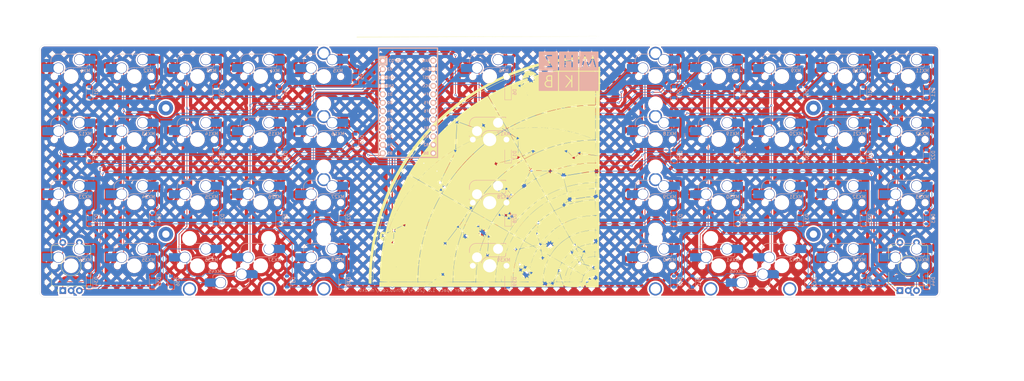
<source format=kicad_pcb>
(kicad_pcb (version 20240108) (generator "pcbnew") (generator_version "8.0")
  (layers (0 "F.Cu" signal) (31 "B.Cu" signal) (34 "B.Paste" user) (35 "F.Paste" user) (36 "B.SilkS" user "B.Silkscreen") (37 "F.SilkS" user "F.Silkscreen") (38 "B.Mask" user) (39 "F.Mask" user) (44 "Edge.Cuts" user))
  (net 0 "")
  (net 1 "Net-(D1-A)")
  (net 2 "Net-(D2-A)")
  (net 3 "Net-(D3-A)")
  (net 4 "Net-(D4-A)")
  (net 5 "Net-(D5-A)")
  (net 6 "Net-(D6-A)")
  (net 7 "Net-(D7-A)")
  (net 8 "Net-(D8-A)")
  (net 9 "Net-(D9-A)")
  (net 10 "Net-(D10-A)")
  (net 11 "Net-(D11-A)")
  (net 12 "Net-(D12-A)")
  (net 13 "Net-(D13-A)")
  (net 14 "Net-(D14-A)")
  (net 15 "Net-(D15-A)")
  (net 16 "Net-(D16-A)")
  (net 17 "Net-(D17-A)")
  (net 18 "Net-(D18-A)")
  (net 19 "Net-(D19-A)")
  (net 20 "Net-(D20-A)")
  (net 21 "Net-(D21-A)")
  (net 22 "Net-(D22-A)")
  (net 23 "Net-(D23-A)")
  (net 24 "Net-(D24-A)")
  (net 25 "Net-(D25-A)")
  (net 26 "Net-(D26-A)")
  (net 27 "Net-(D27-A)")
  (net 28 "Net-(D28-A)")
  (net 29 "Net-(D29-A)")
  (net 30 "Net-(D30-A)")
  (net 31 "Net-(D31-A)")
  (net 32 "Net-(D32-A)")
  (net 33 "Net-(D33-A)")
  (net 34 "Net-(D34-A)")
  (net 35 "Net-(D35-A)")
  (net 36 "Net-(D36-A)")
  (net 37 "Net-(D37-A)")
  (net 38 "Net-(D38-A)")
  (net 39 "Net-(D39-A)")
  (net 40 "Net-(D40-A)")
  (net 41 "Net-(D41-A)")
  (net 42 "Net-(D42-A)")
  (net 43 "Net-(D43-A)")
  (net 44 "Net-(D44-A)")
  (net 48 "ROW1")
  (net 49 "ROW2")
  (net 50 "ROW3")
  (net 51 "ROW4")
  (net 52 "COL1")
  (net 53 "COL2")
  (net 54 "COL3")
  (net 55 "COL4")
  (net 56 "COL5")
  (net 57 "COL6")
  (net 58 "COL7")
  (net 59 "COL8")
  (net 60 "COL9")
  (net 61 "COL10")
  (net 62 "COL11")
  (net 63 "ENC1_A")
  (net 64 "ENC1_B")
  (net 65 "GND")
  (net 66 "ENC2_B")
  (footprint "MountingHole:MountingHole_2.2mm_M2_Pad" (layer "F.Cu") (at 246.0625 42.8625)
    (property "Reference" "H2")
    (property "Value" "MountingHole")
  )
  (footprint "marbastlib-mx:STAB_MX_P_2u" (layer "F.Cu") (at 227.0125 90.4875 180)
    (property "Reference" "S6" (hide yes))
    (property "Value" "MX_stab")
  )
  (footprint "MountingHole:MountingHole_2.2mm_M2_Pad" (layer "F.Cu") (at 50.8 80.9625)
    (property "Reference" "H3")
    (property "Value" "MountingHole")
  )
  (footprint "Keebio-Parts:ArduinoProMicro" (layer "F.Cu") (at 123.825 42.545 -90)
    (property "Reference" "U1" (hide yes))
    (property "Value" "ProMicro" (hide yes))
  )
  (footprint "Keebio-Parts:RotaryEncoder_EC11-no-legs" (layer "F.Cu") (at 22.225 90.4875 90)
    (property "Reference" "SW1")
    (property "Value" "RotaryEncoder_Switch")
  )
  (footprint "MountingHole:MountingHole_2.2mm_M2_Pad" (layer "F.Cu") (at 246.0625 80.9625)
    (property "Reference" "H4")
    (property "Value" "MountingHole")
  )
  (footprint "MountingHole:MountingHole_2.2mm_M2_Pad" (layer "F.Cu") (at 50.8 42.8625)
    (property "Reference" "H1")
    (property "Value" "MountingHole")
  )
  (footprint "marbastlib-mx:STAB_MX_P_6.25u" (layer "F.Cu") (at 148.43125 33.3375)
    (property "Reference" "S1" (hide yes))
    (property "Value" "MX_stab")
  )
  (footprint "LOGO" (layer "F.Cu") (at 145.830475 59.214037)
    (property "Reference" "G***" (hide yes))
    (property "Value" "LOGO" (hide yes))
  )
  (footprint "Keebio-Parts:RotaryEncoder_EC11-no-legs" (layer "F.Cu") (at 274.6375 90.4875 90)
    (property "Reference" "SW2")
    (property "Value" "RotaryEncoder_Switch")
  )
  (footprint "marbastlib-mx:STAB_MX_P_6.25u" (layer "F.Cu") (at 148.43125 71.4375)
    (property "Reference" "S3" (hide yes))
    (property "Value" "MX_stab")
  )
  (footprint "marbastlib-mx:STAB_MX_P_6.25u" (layer "F.Cu") (at 148.43125 90.4875 180)
    (property "Reference" "S4" (hide yes))
    (property "Value" "MX_stab")
  )
  (footprint "marbastlib-mx:STAB_MX_P_6.25u" (layer "F.Cu") (at 148.43125 52.3875)
    (property "Reference" "S2" (hide yes))
    (property "Value" "MX_stab")
  )
  (footprint "marbastlib-mx:STAB_MX_P_2u" (layer "F.Cu") (at 69.85 90.4875 180)
    (property "Reference" "S5" (hide yes))
    (property "Value" "MX_stab")
  )
  (footprint "Diode_SMD:D_SOD-123" (layer "B.Cu") (at 27.78125 57.15 90)
    (property "Reference" "D12")
    (property "Value" "D_Small")
  )
  (footprint "Diode_SMD:D_SOD-123" (layer "B.Cu") (at 65.88125 38.0375 90)
    (property "Reference" "D3")
    (property "Value" "D_Small")
  )
  (footprint "marbastlib-mx:SW_MX_HS_CPG151101S11_1u" (layer "B.Cu") (at 79.375 33.3375 180)
    (property "Reference" "MX4")
    (property "Value" "MX_SW_HS")
  )
  (footprint "marbastlib-mx:SW_MX_HS_CPG151101S11_1u" (layer "B.Cu") (at 22.225 90.4875 180)
    (property "Reference" "MX34")
    (property "Value" "MX_SW_HS")
  )
  (footprint "Diode_SMD:D_SOD-123" (layer "B.Cu") (at 65.88125 57.15 90)
    (property "Reference" "D14")
    (property "Value" "D_Small")
  )
  (footprint "marbastlib-mx:SW_MX_HS_CPG151101S11_1u" (layer "B.Cu") (at 236.5375 52.3875 180)
    (property "Reference" "MX20")
    (property "Value" "MX_SW_HS")
  )
  (footprint "marbastlib-mx:SW_MX_HS_CPG151101S11_1u" (layer "B.Cu") (at 255.5875 33.3375 180)
    (property "Reference" "MX10")
    (property "Value" "MX_SW_HS")
  )
  (footprint "Diode_SMD:D_SOD-123" (layer "B.Cu") (at 153.9875 38.0375 90)
    (property "Reference" "D6")
    (property "Value" "D_Small")
  )
  (footprint "marbastlib-mx:SW_MX_HS_CPG151101S11_1u" (layer "B.Cu") (at 22.225 71.4375 180)
    (property "Reference" "MX23")
    (property "Value" "MX_SW_HS")
  )
  (footprint "Diode_SMD:D_SOD-123" (layer "B.Cu") (at 203.99375 76.2 90)
    (property "Reference" "D29")
    (property "Value" "D_Small")
  )
  (footprint "marbastlib-mx:SW_MX_HS_CPG151101S11_1u" (layer "B.Cu") (at 79.375 90.4875 180)
    (property "Reference" "MX37")
    (property "Value" "MX_SW_HS")
  )
  (footprint "Diode_SMD:D_SOD-123" (layer "B.Cu") (at 84.93125 57.15 90)
    (property "Reference" "D15")
    (property "Value" "D_Small")
  )
  (footprint "Diode_SMD:D_SOD-123" (layer "B.Cu") (at 280.19375 38.1 90)
    (property "Reference" "D11")
    (property "Value" "D_Small")
  )
  (footprint "graphics:mhz-logo" (layer "B.Cu") (at 172.24375 31.75 180)
    (property "Reference" "G***" (hide yes))
    (property "Value" "LOGO" (hide yes))
  )
  (footprint "Diode_SMD:D_SOD-123" (layer "B.Cu") (at 261.14375 38.1 90)
    (property "Reference" "D10")
    (property "Value" "D_Small")
  )
  (footprint "marbastlib-mx:SW_MX_HS_CPG151101S11_1u" (layer "B.Cu") (at 22.225 52.3875 180)
    (property "Reference" "MX12")
    (property "Value" "MX_SW_HS")
  )
  (footprint "marbastlib-mx:SW_MX_HS_CPG151101S11_1u" (layer "B.Cu") (at 198.4375 71.4375 180)
    (property "Reference" "MX29")
    (property "Value" "MX_SW_HS")
  )
  (footprint "marbastlib-mx:SW_MX_HS_CPG151101S11_1u" (layer "B.Cu") (at 98.425 71.4375 180)
    (property "Reference" "MX27")
    (property "Value" "MX_SW_HS")
  )
  (footprint "marbastlib-mx:SW_MX_HS_CPG151101S11_1u" (layer "B.Cu") (at 274.6375 90.4875 180)
    (property "Reference" "MX44")
    (property "Value" "MX_SW_HS")
  )
  (footprint "marbastlib-mx:SW_MX_HS_CPG151101S11_1u" (layer "B.Cu") (at 274.6375 52.3875 180)
    (property "Reference" "MX22")
    (property "Value" "MX_SW_HS")
  )
  (footprint "Diode_SMD:D_SOD-123" (layer "B.Cu") (at 65.88125 76.2 90)
    (property "Reference" "D25")
    (property "Value" "D_Small")
  )
  (footprint "Diode_SMD:D_SOD-123" (layer "B.Cu") (at 153.9875 95.25 90)
    (property "Reference" "D39")
    (property "Value" "D_Small")
  )
  (footprint "Diode_SMD:D_SOD-123" (layer "B.Cu") (at 153.9875 57.15 90)
    (property "Reference" "D17")
    (property "Value" "D_Small")
  )
  (footprint "Diode_SMD:D_SOD-123" (layer "B.Cu") (at 223.04375 76.2 90)
    (property "Reference" "D30")
    (property "Value" "D_Small")
  )
  (footprint "Diode_SMD:D_SOD-123" (layer "B.Cu") (at 203.99375 38.1 90)
    (property "Reference" "D7")
    (property "Value" "D_Small")
  )
  (footprint "marbastlib-mx:SW_MX_HS_CPG151101S11_1u" (layer "B.Cu") (at 255.5875 52.3875 180)
    (property "Reference" "MX21")
    (property "Value" "MX_SW_HS")
  )
  (footprint "Diode_SMD:D_SOD-123" (layer "B.Cu") (at 103.98125 95.25 90)
    (property "Reference" "D38")
    (property "Value" "D_Small")
  )
  (footprint "Diode_SMD:D_SOD-123" (layer "B.Cu") (at 84.93125 38.0375 90)
    (property "Reference" "D4")
    (property "Value" "D_Small")
  )
  (footprint "Diode_SMD:D_SOD-123" (layer "B.Cu") (at 46.83125 57.15 90)
    (property "Reference" "D13")
    (property "Value" "D_Small")
  )
  (footprint "marbastlib-mx:SW_MX_HS_CPG151101S11_1u" (layer "B.Cu") (at 41.275 52.3875 180)
    (property "Reference" "MX13")
    (property "Value" "MX_SW_HS")
  )
  (footprint "Diode_SMD:D_SOD-123" (layer "B.Cu") (at 242.09375 76.2 90)
    (property "Reference" "D31")
    (property "Value" "D_Small")
  )
  (footprint "marbastlib-mx:SW_MX_HS_CPG151101S11_1u" (layer "B.Cu") (at 98.425 90.4875 180)
    (property "Reference" "MX38")
    (property "Value" "MX_SW_HS")
  )
  (footprint "Diode_SMD:D_SOD-123" (layer "B.Cu") (at 280.19375 76.2 90)
    (property "Reference" "D33")
    (property "Value" "D_Small")
  )
  (footprint "marbastlib-mx:SW_MX_HS_CPG151101S11_1u" (layer "B.Cu") (at 148.43125 33.3375 180)
    (property "Reference" "MX6")
    (property "Value" "MX_SW_HS")
  )
  (footprint "Diode_SMD:D_SOD-123" (layer "B.Cu") (at 107.95 33.3375 90)
    (property "Reference" "D5")
    (property "Value" "D_Small")
  )
  (footprint "marbastlib-mx:SW_MX_HS_CPG151101S11_1u" (layer "B.Cu") (at 198.4375 52.3875 180)
    (property "Reference" "MX18")
    (property "Value" "MX_SW_HS")
  )
  (footprint "Diode_SMD:D_SOD-123" (layer "B.Cu") (at 107.95 52.3875 90)
    (property "Reference" "D16")
    (property "Value" "D_Small")
  )
  (footprint "marbastlib-mx:SW_MX_HS_CPG151101S11_1u" (layer "B.Cu") (at 79.375 71.4375 180)
    (property "Reference" "MX26")
    (property "Value" "MX_SW_HS")
  )
  (footprint "marbastlib-mx:SW_MX_HS_CPG151101S11_1u" (layer "B.Cu") (at 60.325 90.4875 180)
    (property "Reference" "MX36")
    (property "Value" "MX_SW_HS")
  )
  (footprint "marbastlib-mx:SW_MX_HS_CPG151101S11_1u" (layer "B.Cu") (at 227.0125 90.4875)
    (property "Reference" "MX46")
    (property "Value" "MX_SW_HS")
  )
  (footprint "marbastlib-mx:SW_MX_HS_CPG151101S11_1u" (layer "B.Cu") (at 148.43125 52.3875 180)
    (property "Reference" "MX17")
    (property "Value" "MX_SW_HS")
  )
  (footprint "marbastlib-mx:SW_MX_HS_CPG151101S11_1u" (layer "B.Cu") (at 217.4875 90.4875 180)
    (property "Reference" "MX41")
    (property "Value" "MX_SW_HS")
  )
  (footprint "Diode_SMD:D_SOD-123" (layer "B.Cu") (at 280.19375 57.15 90)
    (property "Reference" "D22")
    (property "Value" "D_Small")
  )
  (footprint "marbastlib-mx:SW_MX_HS_CPG151101S11_1u" (layer "B.Cu") (at 60.325 52.3875 180)
    (property "Reference" "MX14")
    (property "Value" "MX_SW_HS")
  )
  (footprint "marbastlib-mx:SW_MX_HS_CPG151101S11_1u" (layer "B.Cu") (at 236.5375 33.3375 180)
    (property "Reference" "MX9")
    (property "Value" "MX_SW_HS")
  )
  (footprint "Diode_SMD:D_SOD-123" (layer "B.Cu") (at 84.93125 76.2 90)
    (property "Reference" "D26")
    (property "Value" "D_Small")
  )
  (footprint "Diode_SMD:D_SOD-123" (layer "B.Cu") (at 242.09375 57.15 90)
    (property "Reference" "D20")
    (property "Value" "D_Small")
  )
  (footprint "Diode_SMD:D_SOD-123" (layer "B.Cu") (at 46.83125 76.2 90)
    (property "Reference" "D24")
    (property "Value" "D_Small")
  )
  (footprint "Diode_SMD:D_SOD-123" (layer "B.Cu") (at 261.14375 76.2 90)
    (property "Reference" "D32")
    (property "Value" "D_Small")
  )
  (footprint "marbastlib-mx:SW_MX_HS_CPG151101S11_1u" (layer "B.Cu") (at 148.43125 71.4375 180)
    (property "Reference" "MX28")
    (property "Value" "MX_SW_HS")
  )
  (footprint "marbastlib-mx:SW_MX_HS_CPG151101S11_1u" (layer "B.Cu") (at 69.85 90.4875)
    (property "Reference" "MX45")
    (property "Value" "MX_SW_HS")
  )
  (footprint "marbastlib-mx:SW_MX_HS_CPG151101S11_1u" (layer "B.Cu") (at 148.43125 90.4875 180)
    (property "Reference" "MX39")
    (property "Value" "MX_SW_HS")
  )
  (footprint "marbastlib-mx:SW_MX_HS_CPG151101S11_1u" (layer "B.Cu") (at 274.6375 71.4375 180)
    (property "Reference" "MX33")
    (property "Value" "MX_SW_HS")
  )
  (footprint "Diode_SMD:D_SOD-123" (layer "B.Cu") (at 46.83125 95.25 90)
    (property "Reference" "D35")
    (property "Value" "D_Small")
  )
  (footprint "marbastlib-mx:SW_MX_HS_CPG151101S11_1u" (layer "B.Cu") (at 41.275 71.4375 180)
    (property "Reference" "MX24")
    (property "Value" "MX_SW_HS")
  )
  (footprint "Diode_SMD:D_SOD-123" (layer "B.Cu") (at 27.78125 38.0375 90)
    (property "Reference" "D1")
    (property "Value" "D_Small")
  )
  (footprint "Diode_SMD:D_SOD-123" (layer "B.Cu") (at 103.98125 76.2 90)
    (property "Reference" "D27")
    (property "Value" "D_Small")
  )
  (footprint "Diode_SMD:D_SOD-123" (layer "B.Cu") (at 27.78125 95.1875 90)
    (property "Reference" "D34")
    (property "Value" "D_Small")
  )
  (footprint "Diode_SMD:D_SOD-123" (layer "B.Cu") (at 153.9875 76.2 90)
    (property "Reference" "D28")
    (property "Value" "D_Small")
  )
  (footprint "marbastlib-mx:SW_MX_HS_CPG151101S11_1u" (layer "B.Cu") (at 98.425 52.3875 180)
    (property "Reference" "MX16")
    (property "Value" "MX_SW_HS")
  )
  (footprint "marbastlib-mx:SW_MX_HS_CPG151101S11_1u" (layer "B.Cu") (at 274.6375 33.3375 180)
    (property "Reference" "MX11")
    (property "Value" "MX_SW_HS")
  )
  (footprint "marbastlib-mx:SW_MX_HS_CPG151101S11_1u" (layer "B.Cu") (at 79.375 52.3875 180)
    (property "Reference" "MX15")
    (property "Value" "MX_SW_HS")
  )
  (footprint "Diode_SMD:D_SOD-123" (layer "B.Cu") (at 244.475 95.25 90)
    (property "Reference" "D42")
    (property "Value" "D_Small")
  )
  (footprint "marbastlib-mx:SW_MX_HS_CPG151101S11_1u" (layer "B.Cu") (at 60.325 71.4375 180)
    (property "Reference" "MX25")
    (property "Value" "MX_SW_HS")
  )
  (footprint "Diode_SMD:D_SOD-123" (layer "B.Cu") (at 223.04375 38.1 90)
    (property "Reference" "D8")
    (property "Value" "D_Small")
  )
  (footprint "Diode_SMD:D_SOD-123" (layer "B.Cu") (at 261.14375 57.15 90)
    (property "Reference" "D21")
    (property "Value" "D_Small")
  )
  (footprint "Diode_SMD:D_SOD-123" (layer "B.Cu") (at 242.09375 38.1 90)
    (property "Reference" "D9")
    (property "Value" "D_Small")
  )
  (footprint "marbastlib-mx:SW_MX_HS_CPG151101S11_1u" (layer "B.Cu") (at 255.5875 71.4375 180)
    (property "Reference" "MX32")
    (property "Value" "MX_SW_HS")
  )
  (footprint "marbastlib-mx:SW_MX_HS_CPG151101S11_1u" (layer "B.Cu") (at 22.225 33.3375 180)
    (property "Reference" "MX1")
    (property "Value" "MX_SW_HS")
  )
  (footprint "marbastlib-mx:SW_MX_HS_CPG151101S11_1u" (layer "B.Cu") (at 217.4875 52.3875 180)
    (property "Reference" "MX19")
    (property "Value" "MX_SW_HS")
  )
  (footprint "Diode_SMD:D_SOD-123" (layer "B.Cu") (at 27.78125 76.2 90)
    (property "Reference" "D23")
    (property "Value" "D_Small")
  )
  (footprint "marbastlib-mx:SW_MX_HS_CPG151101S11_1u" (layer "B.Cu") (at 255.5875 90.4875 180)
    (property "Reference" "MX43")
    (property "Value" "MX_SW_HS")
  )
  (footprint "Diode_SMD:D_SOD-123" (layer "B.Cu") (at 209.55 95.25 90)
    (property "Reference" "D41")
    (property "Value" "D_Small")
  )
  (footprint "Diode_SMD:D_SOD-123" (layer "B.Cu") (at 46.83125 38.0375 90)
    (property "Reference" "D2")
    (property "Value" "D_Small")
  )
  (footprint "Diode_SMD:D_SOD-123" (layer "B.Cu") (at 87.3125 95.25 90)
    (property "Reference" "D37")
    (property "Value" "D_Small")
  )
  (footprint "marbastlib-mx:SW_MX_HS_CPG151101S11_1u" (layer "B.Cu") (at 98.425 33.3375 180)
    (property "Reference" "MX5")
    (property "Value" "MX_SW_HS")
  )
  (footprint "marbastlib-mx:SW_MX_HS_CPG151101S11_1u" (layer "B.Cu") (at 236.5375 90.4875 180)
    (property "Reference" "MX42")
    (property "Value" "MX_SW_HS")
  )
  (footprint "marbastlib-mx:SW_MX_HS_CPG151101S11_1u" (layer "B.Cu") (at 236.5375 71.4375 180)
    (property "Reference" "MX31")
    (property "Value" "MX_SW_HS")
  )
  (footprint "marbastlib-mx:SW_MX_HS_CPG151101S11_1u" (layer "B.Cu") (at 198.4375 33.3375 180)
    (property "Reference" "MX7")
    (property "Value" "MX_SW_HS")
  )
  (footprint "marbastlib-mx:SW_MX_HS_CPG151101S11_1u" (layer "B.Cu") (at 41.275 90.4875 180)
    (property "Reference" "MX35")
    (property "Value" "MX_SW_HS")
  )
  (footprint "Diode_SMD:D_SOD-123" (layer "B.Cu") (at 52.3875 95.25 90)
    (property "Reference" "D36")
    (property "Value" "D_Small")
  )
  (footprint "marbastlib-mx:SW_MX_HS_CPG151101S11_1u" (layer "B.Cu") (at 41.275 33.3375 180)
    (property "Reference" "MX2")
    (property "Value" "MX_SW_HS")
  )
  (footprint "Diode_SMD:D_SOD-123" (layer "B.Cu") (at 280.19375 95.25 90)
    (property "Reference" "D44")
    (property "Value" "D_Small")
  )
  (footprint "Diode_SMD:D_SOD-123" (layer "B.Cu") (at 261.14375 95.1875 90)
    (property "Reference" "D43")
    (property "Value" "D_Small")
  )
  (footprint "marbastlib-mx:SW_MX_HS_CPG151101S11_1u" (layer "B.Cu") (at 217.4875 71.4375 180)
    (property "Reference" "MX30")
    (property "Value" "MX_SW_HS")
  )
  (footprint "Diode_SMD:D_SOD-123" (layer "B.Cu") (at 203.99375 57.15 90)
    (property "Reference" "D18")
    (property "Value" "D_Small")
  )
  (footprint "marbastlib-mx:SW_MX_HS_CPG151101S11_1u" (layer "B.Cu") (at 217.4875 33.3375 180)
    (property "Reference" "MX8")
    (property "Value" "MX_SW_HS")
  )
  (footprint "Diode_SMD:D_SOD-123" (layer "B.Cu") (at 203.99375 95.25 90)
    (property "Reference" "D40")
    (property "Value" "D_Small")
  )
  (footprint "marbastlib-mx:SW_MX_HS_CPG151101S11_1u" (layer "B.Cu") (at 198.4375 90.4875 180)
    (property "Reference" "MX40")
    (property "Value" "MX_SW_HS")
  )
  (footprint "marbastlib-mx:SW_MX_HS_CPG151101S11_1u" (layer "B.Cu") (at 60.325 33.3375 180)
    (property "Reference" "MX3")
    (property "Value" "MX_SW_HS")
  )
  (footprint "Diode_SMD:D_SOD-123" (layer "B.Cu") (at 223.04375 57.15 90)
    (property "Reference" "D19")
    (property "Value" "D_Small")
  )
  (gr_arc (start 282.575 23.8125) (mid 283.697517 24.277483) (end 284.1625 25.4) (stroke (width 0.05)) (layer "Edge.Cuts"))
  (gr_line (start 12.7 25.4) (end 12.7 98.425) (stroke (width 0.05)) (layer "Edge.Cuts"))
  (gr_arc (start 12.7 25.4) (mid 13.164968 24.277468) (end 14.2875 23.8125) (stroke (width 0.05)) (layer "Edge.Cuts"))
  (gr_line (start 282.575 23.8125) (end 14.2875 23.8125) (stroke (width 0.05)) (layer "Edge.Cuts"))
  (gr_arc (start 284.1625 98.425) (mid 283.697517 99.547517) (end 282.575 100.0125) (stroke (width 0.05)) (layer "Edge.Cuts"))
  (gr_line (start 284.1625 98.425) (end 284.1625 25.4) (stroke (width 0.05)) (layer "Edge.Cuts"))
  (gr_line (start 14.2875 100.0125) (end 282.575 100.0125) (stroke (width 0.05)) (layer "Edge.Cuts"))
  (gr_arc (start 14.2875 100.0125) (mid 13.164968 99.547532) (end 12.7 98.425) (stroke (width 0.05)) (layer "Edge.Cuts"))
  (gr_text "another space 1.0 (2024) github.com/mhzkb" (at 143.66875 98.425 0) (layer "B.SilkS") (effects (font (size 1 1) (thickness 0.1)) (justify left bottom mirror)))
  (segment (start 29.36875 34.8) (end 27.78125 36.3875) (width 0.2) (layer "B.Cu") (net 1))
  (segment (start 28.315 28.315) (end 29.36875 29.36875) (width 0.2) (layer "B.Cu") (net 1))
  (segment (start 29.36875 29.36875) (end 29.36875 34.8) (width 0.2) (layer "B.Cu") (net 1))
  (segment (start 28.315 28.2575) (end 28.315 28.315) (width 0.2) (layer "B.Cu") (net 1))
  (segment (start 48.41875 34.8) (end 48.41875 29.31125) (width 0.2) (layer "B.Cu") (net 2))
  (segment (start 46.83125 36.3875) (end 48.41875 34.8) (width 0.2) (layer "B.Cu") (net 2))
  (segment (start 48.41875 29.31125) (end 47.365 28.2575) (width 0.2) (layer "B.Cu") (net 2))
  (segment (start 65.88125 36.3875) (end 67.46875 34.8) (width 0.2) (layer "B.Cu") (net 3))
  (segment (start 67.46875 34.8) (end 67.46875 29.31125) (width 0.2) (layer "B.Cu") (net 3))
  (segment (start 67.46875 29.31125) (end 66.415 28.2575) (width 0.2) (layer "B.Cu") (net 3))
  (segment (start 86.51875 34.8) (end 86.51875 29.31125) (width 0.2) (layer "B.Cu") (net 4))
  (segment (start 84.93125 36.3875) (end 86.51875 34.8) (width 0.2) (layer "B.Cu") (net 4))
  (segment (start 86.51875 29.31125) (end 85.465 28.2575) (width 0.2) (layer "B.Cu") (net 4))
  (segment (start 107.95 31.6875) (end 104.52 28.2575) (width 0.2) (layer "B.Cu") (net 5))
  (segment (start 105.56875 29.31125) (end 104.515 28.2575) (width 0.2) (layer "B.Cu") (net 5))
  (segment (start 104.52 28.2575) (end 100.965 28.2575) (width 0.2) (layer "B.Cu") (net 5))
  (segment (start 153.9875 36.3875) (end 155.575 34.8) (width 0.2) (layer "B.Cu") (net 6))
  (segment (start 155.575 29.31125) (end 154.52125 28.2575) (width 0.2) (layer "B.Cu") (net 6))
  (segment (start 155.575 34.8) (end 155.575 29.31125) (width 0.2) (layer "B.Cu") (net 6))
  (segment (start 205.58125 29.31125) (end 204.5275 28.2575) (width 0.2) (layer "B.Cu") (net 7))
  (segment (start 205.58125 34.8) (end 205.58125 29.31125) (width 0.2) (layer "B.Cu") (net 7))
  (segment (start 203.99375 36.3875) (end 205.58125 34.8) (width 0.2) (layer "B.Cu") (net 7))
  (segment (start 224.63125 34.8) (end 224.63125 29.31125) (width 0.2) (layer "B.Cu") (net 8))
  (segment (start 224.63125 29.31125) (end 223.5775 28.2575) (width 0.2) (layer "B.Cu") (net 8))
  (segment (start 223.04375 36.3875) (end 224.63125 34.8) (width 0.2) (layer "B.Cu") (net 8))
  (segment (start 242.09375 36.45) (end 243.68125 34.8625) (width 0.2) (layer "B.Cu") (net 9))
  (segment (start 243.68125 34.8625) (end 243.68125 29.31125) (width 0.2) (layer "B.Cu") (net 9))
  (segment (start 243.68125 29.31125) (end 242.6275 28.2575) (width 0.2) (layer "B.Cu") (net 9))
  (segment (start 262.73125 34.8625) (end 262.73125 29.31125) (width 0.2) (layer "B.Cu") (net 10))
  (segment (start 261.14375 36.45) (end 262.73125 34.8625) (width 0.2) (layer "B.Cu") (net 10))
  (segment (start 262.73125 29.31125) (end 261.6775 28.2575) (width 0.2) (layer "B.Cu") (net 10))
  (segment (start 280.19375 36.45) (end 281.78125 34.8625) (width 0.2) (layer "B.Cu") (net 11))
  (segment (start 281.78125 34.8625) (end 281.78125 29.31125) (width 0.2) (layer "B.Cu") (net 11))
  (segment (start 281.78125 29.31125) (end 280.7275 28.2575) (width 0.2) (layer "B.Cu") (net 11))
  (segment (start 27.78125 55.5) (end 29.36875 53.9125) (width 0.2) (layer "B.Cu") (net 12))
  (segment (start 29.36875 53.9125) (end 29.36875 48.36125) (width 0.2) (layer "B.Cu") (net 12))
  (segment (start 29.36875 48.36125) (end 28.315 47.3075) (width 0.2) (layer "B.Cu") (net 12))
  (segment (start 48.41875 48.36125) (end 47.365 47.3075) (width 0.2) (layer "B.Cu") (net 13))
  (segment (start 48.41875 53.9125) (end 48.41875 48.36125) (width 0.2) (layer "B.Cu") (net 13))
  (segment (start 46.83125 55.5) (end 48.41875 53.9125) (width 0.2) (layer "B.Cu") (net 13))
  (segment (start 67.46875 53.9125) (end 67.46875 48.36125) (width 0.2) (layer "B.Cu") (net 14))
  (segment (start 65.88125 55.5) (end 67.46875 53.9125) (width 0.2) (layer "B.Cu") (net 14))
  (segment (start 67.46875 48.36125) (end 66.415 47.3075) (width 0.2) (layer "B.Cu") (net 14))
  (segment (start 84.93125 55.5) (end 86.51875 53.9125) (width 0.2) (layer "B.Cu") (net 15))
  (segment (start 86.51875 48.36125) (end 85.465 47.3075) (width 0.2) (layer "B.Cu") (net 15))
  (segment (start 86.51875 53.9125) (end 86.51875 48.36125) (width 0.2) (layer "B.Cu") (net 15))
  (segment (start 105.56875 48.36125) (end 104.515 47.3075) (width 0.2) (layer "B.Cu") (net 16))
  (segment (start 100.965 47.3075) (end 104.52 47.3075) (width 0.2) (layer "B.Cu") (net 16))
  (segment (start 104.52 47.3075) (end 107.95 50.7375) (width 0.2) (layer "B.Cu") (net 16))
  (segment (start 155.575 53.9125) (end 155.575 48.36125) (width 0.2) (layer "B.Cu") (net 17))
  (segment (start 153.9875 55.5) (end 155.575 53.9125) (width 0.2) (layer "B.Cu") (net 17))
  (segment (start 155.575 48.36125) (end 154.52125 47.3075) (width 0.2) (layer "B.Cu") (net 17))
  (segment (start 205.58125 48.36125) (end 204.5275 47.3075) (width 0.2) (layer "B.Cu") (net 18))
  (segment (start 203.99375 55.5) (end 205.58125 53.9125) (width 0.2) (layer "B.Cu") (net 18))
  (segment (start 205.58125 53.9125) (end 205.58125 48.36125) (width 0.2) (layer "B.Cu") (net 18))
  (segment (start 224.63125 53.9125) (end 224.63125 48.36125) (width 0.2) (layer "B.Cu") (net 19))
  (segment (start 224.63125 48.36125) (end 223.5775 47.3075) (width 0.2) (layer "B.Cu") (net 19))
  (segment (start 223.04375 55.5) (end 224.63125 53.9125) (width 0.2) (layer "B.Cu") (net 19))
  (segment (start 242.09375 55.5) (end 243.68125 53.9125) (width 0.2) (layer "B.Cu") (net 20))
  (segment (start 243.68125 48.36125) (end 242.6275 47.3075) (width 0.2) (layer "B.Cu") (net 20))
  (segment (start 243.68125 53.9125) (end 243.68125 48.36125) (width 0.2) (layer "B.Cu") (net 20))
  (segment (start 262.73125 48.36125) (end 261.6775 47.3075) (width 0.2) (layer "B.Cu") (net 21))
  (segment (start 262.73125 53.9125) (end 262.73125 48.36125) (width 0.2) (layer "B.Cu") (net 21))
  (segment (start 261.14375 55.5) (end 262.73125 53.9125) (width 0.2) (layer "B.Cu") (net 21))
  (segment (start 281.78125 48.36125) (end 280.7275 47.3075) (width 0.2) (layer "B.Cu") (net 22))
  (segment (start 281.78125 53.9125) (end 281.78125 48.36125) (width 0.2) (layer "B.Cu") (net 22))
  (segment (start 280.19375 55.5) (end 281.78125 53.9125) (width 0.2) (layer "B.Cu") (net 22))
  (segment (start 29.36875 72.9625) (end 29.36875 67.41125) (width 0.2) (layer "B.Cu") (net 23))
  (segment (start 29.36875 67.41125) (end 28.315 66.3575) (width 0.2) (layer "B.Cu") (net 23))
  (segment (start 27.78125 74.55) (end 29.36875 72.9625) (width 0.2) (layer "B.Cu") (net 23))
  (segment (start 46.83125 74.55) (end 48.41875 72.9625) (width 0.2) (layer "B.Cu") (net 24))
  (segment (start 48.41875 67.41125) (end 47.365 66.3575) (width 0.2) (layer "B.Cu") (net 24))
  (segment (start 48.41875 72.9625) (end 48.41875 67.41125) (width 0.2) (layer "B.Cu") (net 24))
  (segment (start 67.46875 72.9625) (end 67.46875 67.41125) (width 0.2) (layer "B.Cu") (net 25))
  (segment (start 65.88125 74.55) (end 67.46875 72.9625) (width 0.2) (layer "B.Cu") (net 25))
  (segment (start 67.46875 67.41125) (end 66.415 66.3575) (width 0.2) (layer "B.Cu") (net 25))
  (segment (start 86.51875 72.9625) (end 86.51875 67.41125) (width 0.2) (layer "B.Cu") (net 26))
  (segment (start 86.51875 67.41125) (end 85.465 66.3575) (width 0.2) (layer "B.Cu") (net 26))
  (segment (start 84.93125 74.55) (end 86.51875 72.9625) (width 0.2) (layer "B.Cu") (net 26))
  (segment (start 105.56875 67.41125) (end 104.515 66.3575) (width 0.2) (layer "B.Cu") (net 27))
  (segment (start 103.98125 74.55) (end 105.56875 72.9625) (width 0.2) (layer "B.Cu") (net 27))
  (segment (start 105.56875 72.9625) (end 105.56875 67.41125) (width 0.2) (layer "B.Cu") (net 27))
  (segment (start 155.575 67.41125) (end 154.52125 66.3575) (width 0.2) (layer "B.Cu") (net 28))
  (segment (start 153.9875 74.55) (end 155.575 72.9625) (width 0.2) (layer "B.Cu") (net 28))
  (segment (start 155.575 72.9625) (end 155.575 67.41125) (width 0.2) (layer "B.Cu") (net 28))
  (segment (start 205.58125 72.9625) (end 205.58125 67.41125) (width 0.2) (layer "B.Cu") (net 29))
  (segment (start 205.58125 67.41125) (end 204.5275 66.3575) (width 0.2) (layer "B.Cu") (net 29))
  (segment (start 203.99375 74.55) (end 205.58125 72.9625) (width 0.2) (layer "B.Cu") (net 29))
  (segment (start 223.04375 74.55) (end 224.63125 72.9625) (width 0.2) (layer "B.Cu") (net 30))
  (segment (start 224.63125 67.41125) (end 223.5775 66.3575) (width 0.2) (layer "B.Cu") (net 30))
  (segment (start 224.63125 72.9625) (end 224.63125 67.41125) (width 0.2) (layer "B.Cu") (net 30))
  (segment (start 242.09375 74.55) (end 243.68125 72.9625) (width 0.2) (layer "B.Cu") (net 31))
  (segment (start 243.68125 72.9625) (end 243.68125 67.41125) (width 0.2) (layer "B.Cu") (net 31))
  (segment (start 243.68125 67.41125) (end 242.6275 66.3575) (width 0.2) (layer "B.Cu") (net 31))
  (segment (start 262.73125 67.41125) (end 261.6775 66.3575) (width 0.2) (layer "B.Cu") (net 32))
  (segment (start 261.14375 74.55) (end 262.73125 72.9625) (width 0.2) (layer "B.Cu") (net 32))
  (segment (start 262.73125 72.9625) (end 262.73125 67.41125) (width 0.2) (layer "B.Cu") (net 32))
  (segment (start 280.19375 74.55) (end 281.78125 72.9625) (width 0.2) (layer "B.Cu") (net 33))
  (segment (start 281.78125 67.41125) (end 280.7275 66.3575) (width 0.2) (layer "B.Cu") (net 33))
  (segment (start 281.78125 72.9625) (end 281.78125 67.41125) (width 0.2) (layer "B.Cu") (net 33))
  (segment (start 29.36875 86.46125) (end 28.315 85.4075) (width 0.2) (layer "B.Cu") (net 34))
  (segment (start 27.78125 93.5375) (end 29.36875 91.95) (width 0.2) (layer "B.Cu") (net 34))
  (segment (start 29.36875 91.95) (end 29.36875 86.46125) (width 0.2) (layer "B.Cu") (net 34))
  (segment (start 48.41875 92.0125) (end 48.41875 86.46125) (width 0.2) (layer "B.Cu") (net 35))
  (segment (start 48.41875 86.46125) (end 47.365 85.4075) (width 0.2) (layer "B.Cu") (net 35))
  (segment (start 46.83125 93.6) (end 48.41875 92.0125) (width 0.2) (layer "B.Cu") (net 35))
  (segment (start 59.53125 94.45625) (end 53.24375 94.45625) (width 0.2) (layer "B.Cu") (net 36))
  (segment (start 66.415 85.4075) (end 51.91125 85.4075) (width 0.2) (layer "B.Cu") (net 36))
  (segment (start 53.24375 94.45625) (end 52.3875 93.6) (width 0.2) (layer "B.Cu") (net 36))
  (segment (start 60.6425 95.5675) (end 59.53125 94.45625) (width 0.2) (layer "B.Cu") (net 36))
  (segment (start 50.8 92.0125) (end 52.3875 93.6) (width 0.2) (layer "B.Cu") (net 36))
  (segment (start 67.31 95.5675) (end 60.6425 95.5675) (width 0.2) (layer "B.Cu") (net 36))
  (segment (start 51.91125 85.4075) (end 50.8 86.51875) (width 0.2) (layer "B.Cu") (net 36))
  (segment (start 50.8 86.51875) (end 50.8 92.0125) (width 0.2) (layer "B.Cu") (net 36))
  (segment (start 87.3125 87.255) (end 85.465 85.4075) (width 0.2) (layer "B.Cu") (net 37))
  (segment (start 87.3125 93.6) (end 87.3125 87.255) (width 0.2) (layer "B.Cu") (net 37))
  (segment (start 103.98125 93.6) (end 105.56875 92.0125) (width 0.2) (layer "B.Cu") (net 38))
  (segment (start 105.56875 86.46125) (end 104.515 85.4075) (width 0.2) (layer "B.Cu") (net 38))
  (segment (start 105.56875 92.0125) (end 105.56875 86.46125) (width 0.2) (layer "B.Cu") (net 38))
  (segment (start 155.575 86.46125) (end 154.52125 85.4075) (width 0.2) (layer "B.Cu") (net 39))
  (segment (start 155.575 92.0125) (end 155.575 86.46125) (width 0.2) (layer "B.Cu") (net 39))
  (segment (start 153.9875 93.6) (end 155.575 92.0125) (width 0.2) (layer "B.Cu") (net 39))
  (segment (start 203.99375 93.6) (end 205.58125 92.0125) (width 0.2) (layer "B.Cu") (net 40))
  (segment (start 205.58125 86.46125) (end 204.5275 85.4075) (width 0.2) (layer "B.Cu") (net 40))
  (segment (start 205.58125 92.0125) (end 205.58125 86.46125) (width 0.2) (layer "B.Cu") (net 40))
  (segment (start 209.07375 85.4075) (end 220.0275 85.4075) (width 0.2) (layer "B.Cu") (net 41))
  (segment (start 207.9625 92.0125) (end 207.9625 86.51875) (width 0.2) (layer "B.Cu") (net 41))
  (segment (start 209.55 93.6) (end 207.9625 92.0125) (width 0.2) (layer "B.Cu") (net 41))
  (segment (start 210.40625 94.45625) (end 209.55 93.6) (width 0.2) (layer "B.Cu") (net 41))
  (segment (start 217.805 95.5675) (end 216.69375 94.45625) (width 0.2) (layer "B.Cu") (net 41))
  (segment (start 222.6725 95.5675) (end 217.805 95.5675) (width 0.2) (layer "B.Cu") (net 41))
  (segment (start 207.9625 86.51875) (end 209.07375 85.4075) (width 0.2) (layer "B.Cu") (net 41))
  (segment (start 216.69375 94.45625) (end 210.40625 94.45625) (width 0.2) (layer "B.Cu") (net 41))
  (segment (start 244.475 87.255) (end 242.6275 85.4075) (width 0.2) (layer "B.Cu") (net 42))
  (segment (start 244.475 93.6) (end 244.475 87.255) (width 0.2) (layer "B.Cu") (net 42))
  (segment (start 262.73125 86.46125) (end 261.6775 85.4075) (width 0.2) (layer "B.Cu") (net 43))
  (segment (start 261.14375 93.5375) (end 262.73125 91.95) (width 0.2) (layer "B.Cu") (net 43))
  (segment (start 262.73125 91.95) (end 262.73125 86.46125) (width 0.2) (layer "B.Cu") (net 43))
  (segment (start 280.7275 85.4075) (end 281.78125 86.46125) (width 0.2) (layer "B.Cu") (net 44))
  (segment (start 281.71875 92.075) (end 280.19375 93.6) (width 0.2) (layer "B.Cu") (net 44))
  (segment (start 281.78125 92.075) (end 281.71875 92.075) (width 0.2) (layer "B.Cu") (net 44))
  (segment (start 281.78125 86.46125) (end 281.78125 92.075) (width 0.2) (layer "B.Cu") (net 44))
  (segment (start 138.1125 38.89375) (end 138.1125 26.9875) (width 0.2) (layer "F.Cu") (net 48))
  (via (at 138.1125 26.9875) (size 0.6) (drill 0.3) (layers "F.Cu" "B.Cu") (net 48))
  (via (at 138.1125 38.89375) (size 0.6) (drill 0.3) (layers "F.Cu" "B.Cu") (net 48))
  (segment (start 138.1125 26.9875) (end 137.31875 26.19375) (width 0.2) (layer "B.Cu") (net 48))
  (segment (start 137.31875 26.19375) (end 118.58625 26.19375) (width 0.2) (layer "B.Cu") (net 48))
  (segment (start 106.425 36.5125) (end 107.95 34.9875) (width 0.2) (layer "B.Cu") (net 48))
  (segment (start 261.14375 39.75) (end 280.19375 39.75) (width 0.2) (layer "B.Cu") (net 48))
  (segment (start 114.3625 28.575) (end 107.95 34.9875) (width 0.2) (layer "B.Cu") (net 48))
  (segment (start 199.23125 37.30625) (end 201.675 39.75) (width 0.2) (layer "B.Cu") (net 48))
  (segment (start 188.9125 39.6875) (end 191.29375 37.30625) (width 0.2) (layer "B.Cu") (net 48))
  (segment (start 191.29375 37.30625) (end 199.23125 37.30625) (width 0.2) (layer "B.Cu") (net 48))
  (segment (start 84.93125 39.6875) (end 88.10625 36.5125) (width 0.2) (layer "B.Cu") (net 48))
  (segment (start 153.9875 39.6875) (end 188.9125 39.6875) (width 0.2) (layer "B.Cu") (net 48))
  (segment (start 116.205 28.575) (end 114.3625 28.575) (width 0.2) (layer "B.Cu") (net 48))
  (segment (start 138.90625 39.6875) (end 138.1125 38.89375) (width 0.2) (layer "B.Cu") (net 48))
  (segment (start 242.09375 39.75) (end 261.14375 39.75) (width 0.2) (layer "B.Cu") (net 48))
  (segment (start 242.09375 39.75) (end 223.04375 39.75) (width 0.2) (layer "B.Cu") (net 48))
  (segment (start 88.10625 36.5125) (end 106.425 36.5125) (width 0.2) (layer "B.Cu") (net 48))
  (segment (start 223.04375 39.75) (end 203.99375 39.75) (width 0.2) (layer "B.Cu") (net 48))
  (segment (start 242.03125 39.6875) (end 242.09375 39.75) (width 0.2) (layer "B.Cu") (net 48))
  (segment (start 146.05 39.6875) (end 153.9875 39.6875) (width 0.2) (layer "B.Cu") (net 48))
  (segment (start 118.58625 26.19375) (end 116.205 28.575) (width 0.2) (layer "B.Cu") (net 48))
  (segment (start 201.675 39.75) (end 203.99375 39.75) (width 0.2) (layer "B.Cu") (net 48))
  (segment (start 46.83125 39.6875) (end 65.88125 39.6875) (width 0.2) (layer "B.Cu") (net 48))
  (segment (start 65.88125 39.6875) (end 84.93125 39.6875) (width 0.2) (layer "B.Cu") (net 48))
  (segment (start 146.05 39.6875) (end 138.90625 39.6875) (width 0.2) (layer "B.Cu") (net 48))
  (segment (start 27.78125 39.6875) (end 46.83125 39.6875) (width 0.2) (layer "B.Cu") (net 48))
  (segment (start 195.2 58.8) (end 196.85 57.15) (width 0.2) (layer "B.Cu") (net 49))
  (segment (start 110.39375 54.0375) (end 115.09375 58.7375) (width 0.2) (layer "B.Cu") (net 49))
  (segment (start 115.53625 48.895) (end 110.39375 54.0375) (width 0.2) (layer "B.Cu") (net 49))
  (segment (start 203.99375 58.8) (end 223.04375 58.8) (width 0.2) (layer "B.Cu") (net 49))
  (segment (start 65.88125 58.8) (end 84.93125 58.8) (width 0.2) (layer "B.Cu") (net 49))
  (segment (start 201.675 58.8) (end 203.99375 58.8) (width 0.2) (layer "B.Cu") (net 49))
  (segment (start 107.95 54.0375) (end 110.39375 54.0375) (width 0.2) (layer "B.Cu") (net 49))
  (segment (start 89.69375 56.35625) (end 104.775 56.35625) (width 0.2) (layer "B.Cu") (net 49))
  (segment (start 242.09375 58.8) (end 261.14375 58.8) (width 0.2) (layer "B.Cu") (net 49))
  (segment (start 200.025 57.15) (end 201.675 58.8) (width 0.2) (layer "B.Cu") (net 49))
  (segment (start 115.09375 58.7375) (end 153.925 58.7375) (width 0.2) (layer "B.Cu") (net 49))
  (segment (start 87.25 58.8) (end 89.69375 56.35625) (width 0.2) (layer "B.Cu") (net 49))
  (segment (start 223.04375 58.8) (end 242.09375 58.8) (width 0.2) (layer "B.Cu") (net 49))
  (segment (start 196.85 57.15) (end 200.025 57.15) (width 0.2) (layer "B.Cu") (net 49))
  (segment (start 104.775 56.35625) (end 107.09375 54.0375) (width 0.2) (layer "B.Cu") (net 49))
  (segment (start 107.09375 54.0375) (end 107.95 54.0375) (width 0.2) (layer "B.Cu") (net 49))
  (segment (start 27.78125 58.8) (end 46.83125 58.8) (width 0.2) (layer "B.Cu") (net 49))
  (segment (start 153.9875 58.8) (end 195.2 58.8) (width 0.2) (layer "B.Cu") (net 49))
  (segment (start 153.925 58.7375) (end 153.9875 58.8) (width 0.2) (layer "B.Cu") (net 49))
  (segment (start 84.93125 58.8) (end 87.25 58.8) (width 0.2) (layer "B.Cu") (net 49))
  (segment (start 46.83125 58.8) (end 65.88125 58.8) (width 0.2) (layer "B.Cu") (net 49))
  (segment (start 261.14375 58.8) (end 280.19375 58.8) (width 0.2) (layer "B.Cu") (net 49))
  (segment (start 116.205 48.895) (end 115.53625 48.895) (width 0.2) (layer "B.Cu") (net 49))
  (segment (start 118.26875 77.05625) (end 117.475 77.85) (width 0.2) (layer "F.Cu") (net 50))
  (segment (start 118.26875 56.03875) (end 118.26875 77.05625) (width 0.2) (layer "F.Cu") (net 50))
  (segment (start 116.205 53.975) (end 118.26875 56.03875) (width 0.2) (layer "F.Cu") (net 50))
  (via (at 117.475 77.85) (size 0.6) (drill 0.3) (layers "F.Cu" "B.Cu") (net 50))
  (segment (start 261.14375 77.85) (end 280.19375 77.85) (width 0.2) (layer "B.Cu") (net 50))
  (segment (start 200.025 76.2) (end 201.6125 77.7875) (width 0.2) (layer "B.Cu") (net 50))
  (segment (start 101.6 77.7875) (end 103.91875 77.7875) (width 0.2) (layer "B.Cu") (net 50))
  (segment (start 84.93125 77.85) (end 94.39375 77.85) (width 0.2) (layer "B.Cu") (net 50))
  (segment (start 94.39375 77.85) (end 96.04375 76.2) (width 0.2) (layer "B.Cu") (net 50))
  (segment (start 223.04375 77.85) (end 242.09375 77.85) (width 0.2) (layer "B.Cu") (net 50))
  (segment (start 203.99375 77.85) (end 223.04375 77.85) (width 0.2) (layer "B.Cu") (net 50))
  (segment (start 100.0125 76.2) (end 101.6 77.7875) (width 0.2) (layer "B.Cu") (net 50))
  (segment (start 103.91875 77.7875) (end 103.98125 77.85) (width 0.2) (layer "B.Cu") (net 50))
  (segment (start 117.475 77.85) (end 153.9875 77.85) (width 0.2) (layer "B.Cu") (net 50))
  (segment (start 203.93125 77.7875) (end 203.99375 77.85) (width 0.2) (layer "B.Cu") (net 50))
  (segment (start 96.04375 76.2) (end 100.0125 76.2) (width 0.2) (layer "B.Cu") (net 50))
  (segment (start 27.78125 77.85) (end 46.83125 77.85) (width 0.2) (layer "B.Cu") (net 50))
  (segment (start 103.98125 77.85) (end 117.475 77.85) (width 0.2) (layer "B.Cu") (net 50))
  (segment (start 242.09375 77.85) (end 261.14375 77.85) (width 0.2) (layer "B.Cu") (net 50))
  (segment (start 195.2 77.85) (end 196.85 76.2) (width 0.2) (layer "B.Cu") (net 50))
  (segment (start 153.9875 77.85) (end 195.2 77.85) (width 0.2) (layer "B.Cu") (net 50))
  (segment (start 201.6125 77.7875) (end 203.93125 77.7875) (width 0.2) (layer "B.Cu") (net 50))
  (segment (start 46.83125 77.85) (end 65.88125 77.85) (width 0.2) (layer "B.Cu") (net 50))
  (segment (start 65.88125 77.85) (end 84.93125 77.85) (width 0.2) (layer "B.Cu") (net 50))
  (segment (start 196.85 76.2) (end 200.025 76.2) (width 0.2) (layer "B.Cu") (net 50))
  (segment (start 119.85625 55.08625) (end 119.85625 96.10625) (width 0.2) (layer "F.Cu") (net 51))
  (segment (start 119.85625 96.10625) (end 119.0625 96.9) (width 0.2) (layer "F.Cu") (net 51))
  (segment (start 116.205 51.435) (end 119.85625 55.08625) (width 0.2) (layer "F.Cu") (net 51))
  (via (at 119.0625 96.9) (size 0.6) (drill 0.3) (layers "F.Cu" "B.Cu") (net 51))
  (segment (start 246.0625 94.45625) (end 246.0625 92.86875) (width 0.2) (layer "B.Cu") (net 51))
  (segment (start 207.9625 80.9625) (end 211.1375 80.9625) (width 0.2) (layer "B.Cu") (net 51))
  (segment (start 196.85 94.45625) (end 200.025 94.45625) (width 0.2) (layer "B.Cu") (net 51))
  (segment (start 207.16875 94.51875) (end 207.16875 81.75625) (width 0.2) (layer "B.Cu") (net 51))
  (segment (start 203.99375 96.9) (end 204.7875 96.9) (width 0.2) (layer "B.Cu") (net 51))
  (segment (start 244.475 96.04375) (end 246.0625 94.45625) (width 0.2) (layer "B.Cu") (net 51))
  (segment (start 244.475 96.9) (end 244.5375 96.8375) (width 0.2) (layer "B.Cu") (net 51))
  (segment (start 102.45625 96.9) (end 103.98125 96.9) (width 0.2) (layer "B.Cu") (net 51))
  (segment (start 52.3875 84.1375) (end 51.59375 84.1375) (width 0.2) (layer "B.Cu") (net 51))
  (segment (start 244.5375 96.8375) (end 261.14375 96.8375) (width 0.2) (layer "B.Cu") (net 51))
  (segment (start 202.46875 96.9) (end 203.99375 96.9) (width 0.2) (layer "B.Cu") (net 51))
  (segment (start 47.625 96.9) (end 50.00625 94.51875) (width 0.2) (layer "B.Cu") (net 51))
  (segment (start 88.9 84.1375) (end 88.9 94.45625) (width 0.2) (layer "B.Cu") (net 51))
  (segment (start 217.4875 79.375) (end 219.075 80.9625) (width 0.2) (layer "B.Cu") (net 51))
  (segment (start 87.3125 96.9) (end 94.39375 96.9) (width 0.2) (layer "B.Cu") (net 51))
  (segment (start 94.39375 96.9) (end 96.8375 94.45625) (width 0.2) (layer "B.Cu") (net 51))
  (segment (start 53.975 80.9625) (end 53.975 82.55) (width 0.2) (layer "B.Cu") (net 51))
  (segment (start 244.475 96.9) (end 244.475 96.04375) (width 0.2) (layer "B.Cu") (net 51))
  (segment (start 153.9875 96.9) (end 194.40625 96.9) (width 0.2) (layer "B.Cu") (net 51))
  (segment (start 242.09375 80.9625) (end 240.50625 79.375) (width 0.2) (layer "B.Cu") (net 51))
  (segment (start 53.975 80.9625) (end 55.5625 79.375) (width 0.2) (layer "B.Cu") (net 51))
  (segment (start 261.14375 96.8375) (end 267.49375 96.8375) (width 0.2) (layer "B.Cu") (net 51))
  (segment (start 53.975 82.55) (end 52.3875 84.1375) (width 0.2) (layer "B.Cu") (net 51))
  (segment (start 219.075 80.9625) (end 234.95 80.9625) (width 0.2) (layer "B.Cu") (net 51))
  (segment (start 100.0125 94.45625) (end 102.45625 96.9) (width 0.2) (layer "B.Cu") (net 51))
  (segment (start 207.16875 81.75625) (end 207.9625 80.9625) (width 0.2) (layer "B.Cu") (net 51))
  (segment (start 212.725 79.375) (end 217.4875 79.375) (width 0.2) (layer "B.Cu") (net 51))
  (segment (start 60.325 79.375) (end 61.9125 80.9625) (width 0.2) (layer "B.Cu") (net 51))
  (segment (start 55.5625 79.375) (end 60.325 79.375) (width 0.2) (layer "B.Cu") (net 51))
  (segment (start 46.76875 96.8375) (end 46.83125 96.9) (width 0.2) (layer "B.Cu") (net 51))
  (segment (start 267.49375 96.8375) (end 268.2875 96.04375) (width 0.2) (layer "B.Cu") (net 51))
  (segment (start 77.7875 80.9625) (end 79.375 79.375) (width 0.2) (layer "B.Cu") (net 51))
  (segment (start 245.26875 92.075) (end 245.26875 84.93125) (width 0.2) (layer "B.Cu") (net 51))
  (segment (start 46.83125 96.9) (end 47.625 96.9) (width 0.2) (layer "B.Cu") (net 51))
  (segment (start 50.00625 85.725) (end 50.00625 94.51875) (width 0.2) (layer "B.Cu") (net 51))
  (segment (start 209.55 96.9) (end 207.16875 94.51875) (width 0.2) (layer "B.Cu") (net 51))
  (segment (start 119.0625 96.9) (end 153.9875 96.9) (width 0.2) (layer "B.Cu") (net 51))
  (segment (start 211.1375 80.9625) (end 212.725 79.375) (width 0.2) (layer "B.Cu") (net 51))
  (segment (start 194.40625 96.9) (end 196.85 94.45625) (width 0.2) (layer "B.Cu") (net 51))
  (segment (start 52.3875 96.9) (end 50.00625 94.51875) (width 0.2) (layer "B.Cu") (net 51))
  (segment (start 103.98125 96.9) (end 119.0625 96.9) (width 0.2) (layer "B.Cu") (net 51))
  (segment (start 234.95 80.9625) (end 236.5375 79.375) (width 0.2) (layer "B.Cu") (net 51))
  (segment (start 79.375 79.375) (end 84.1375 79.375) (width 0.2) (layer "B.Cu") (net 51))
  (segment (start 27.78125 96.8375) (end 46.76875 96.8375) (width 0.2) (layer "B.Cu") (net 51))
  (segment (start 240.50625 79.375) (end 236.5375 79.375) (width 0.2) (layer "B.Cu") (net 51))
  (segment (start 245.26875 84.93125) (end 242.09375 81.75625) (width 0.2) (layer "B.Cu") (net 51))
  (segment (start 268.2875 96.04375) (end 279.3375 96.04375) (width 0.2) (layer "B.Cu") (net 51))
  (segment (start 61.9125 80.9625) (end 77.7875 80.9625) (width 0.2) (layer "B.Cu") (net 51))
  (segment (start 242.09375 81.75625) (end 242.09375 80.9625) (width 0.2) (layer "B.Cu") (net 51))
  (segment (start 87.3125 96.04375) (end 87.3125 96.9) (width 0.2) (layer "B.Cu") (net 51))
  (segment (start 279.3375 96.04375) (end 280.19375 96.9) (width 0.2) (layer "B.Cu") (net 51))
  (segment (start 96.8375 94.45625) (end 100.0125 94.45625) (width 0.2) (layer "B.Cu") (net 51))
  (segment (start 88.9 94.45625) (end 87.3125 96.04375) (width 0.2) (layer "B.Cu") (net 51))
  (segment (start 84.1375 79.375) (end 88.9 84.1375) (width 0.2) (layer "B.Cu") (net 51))
  (segment (start 51.59375 84.1375) (end 50.00625 85.725) (width 0.2) (layer "B.Cu") (net 51))
  (segment (start 200.025 94.45625) (end 202.46875 96.9) (width 0.2) (layer "B.Cu") (net 51))
  (segment (start 204.7875 96.9) (end 207.16875 94.51875) (width 0.2) (layer "B.Cu") (net 51))
  (segment (start 246.0625 92.86875) (end 245.26875 92.075) (width 0.2) (layer "B.Cu") (net 51))
  (segment (start 19.725 86.6375) (end 18.415 87.9475) (width 0.2) (layer "F.Cu") (net 52))
  (segment (start 19.05 31.4325) (end 19.05 49.2125) (width 0.2) (layer "F.Cu") (net 52))
  (segment (start 19.05 56.35625) (end 19.05 68.2625) (width 0.2) (layer "F.Cu") (net 52))
  (segment (start 19.05 50.4825) (end 19.05 56.35625) (width 0.2) (layer "F.Cu") (net 52))
  (segment (start 19.05 68.2625) (end 18.415 68.8975) (width 0.2) (layer "F.Cu") (net 52))
  (segment (start 19.05 69.5325) (end 19.05 82.8125) (width 0.2) (layer "F.Cu") (net 52))
  (segment (start 19.05 82.8125) (end 19.725 83.4875) (width 0.2) (layer "F.Cu") (net 52))
  (segment (start 18.415 49.8475) (end 19.05 50.4825) (width 0.2) (layer "F.Cu") (net 52))
  (segment (start 18.415 30.7975) (end 19.05 31.4325) (width 0.2) (layer "F.Cu") (net 52))
  (segment (start 19.725 83.4875) (end 19.725 86.6375) (width 0.2) (layer "F.Cu") (net 52))
  (segment (start 18.415 68.8975) (end 19.05 69.5325) (width 0.2) (layer "F.Cu") (net 52))
  (segment (start 19.05 49.2125) (end 18.415 49.8475) (width 0.2) (layer "F.Cu") (net 52))
  (via (at 19.05 56.35625) (size 0.6) (drill 0.3) (layers "F.Cu" "B.Cu") (net 52))
  (segment (start 107.15625 52.3875) (end 103.98125 55.5625) (width 0.2) (layer "B.Cu") (net 52))
  (segment (start 116.205 46.355) (end 115.57 46.355) (width 0.2) (layer "B.Cu") (net 52))
  (segment (start 88.9 55.5625) (end 87.3125 57.15) (width 0.2) (layer "B.Cu") (net 52))
  (segment (start 103.98125 55.5625) (end 88.9 55.5625) (width 0.2) (layer "B.Cu") (net 52))
  (segment (start 87.3125 57.15) (end 19.84375 57.15) (width 0.2) (layer "B.Cu") (net 52))
  (segment (start 109.5375 52.3875) (end 107.15625 52.3875) (width 0.2) (layer "B.Cu") (net 52))
  (segment (start 115.57 46.355) (end 109.5375 52.3875) (width 0.2) (layer "B.Cu") (net 52))
  (segment (start 19.84375 57.15) (end 19.05 56.35625) (width 0.2) (layer "B.Cu") (net 52))
  (segment (start 38.1 50.4825) (end 38.1 68.2625) (width 0.2) (layer "F.Cu") (net 53))
  (segment (start 38.1 69.5325) (end 38.1 87.3125) (width 0.2) (layer "F.Cu") (net 53))
  (segment (start 38.1 68.2625) (end 37.465 68.8975) (width 0.2) (layer "F.Cu") (net 53))
  (segment (start 38.1 43.65625) (end 38.1 49.2125) (width 0.2) (layer "F.Cu") (net 53))
  (segment (start 38.1 31.4325) (end 38.1 43.65625) (width 0.2) (layer "F.Cu") (net 53))
  (segment (start 37.465 30.7975) (end 38.1 31.4325) (width 0.2) (layer "F.Cu") (net 53))
  (segment (start 37.465 49.8475) (end 38.1 50.4825) (width 0.2) (layer "F.Cu") (net 53))
  (segment (start 38.1 87.3125) (end 37.465 87.9475) (width 0.2) (layer "F.Cu") (net 53))
  (segment (start 37.465 68.8975) (end 38.1 69.5325) (width 0.2) (layer "F.Cu") (net 53))
  (segment (start 38.1 49.2125) (end 37.465 49.8475) (width 0.2) (layer "F.Cu") (net 53))
  (via (at 38.1 43.65625) (size 0.6) (drill 0.3) (layers "F.Cu" "B.Cu") (net 53))
  (segment (start 116.205 43.815) (end 111.28375 38.89375) (width 0.2) (layer "B.Cu") (net 53))
  (segment (start 78.58125 42.8625) (end 76.99375 44.45) (width 0.2) (layer "B.Cu") (net 53))
  (segment (start 49.2125 46.0375) (end 47.625 44.45) (width 0.2) (layer "B.Cu") (net 53))
  (segment (start 52.3875 46.0375) (end 49.2125 46.0375) (width 0.2) (layer "B.Cu") (net 53))
  (segment (start 53.975 44.45) (end 52.3875 46.0375) (width 0.2) (layer "B.Cu") (net 53))
  (segment (start 47.625 44.45) (end 38.89375 44.45) (width 0.2) (layer "B.Cu") (net 53))
  (segment (start 96.8375 38.89375) (end 92.86875 42.8625) (width 0.2) (layer "B.Cu") (net 53))
  (segment (start 76.99375 44.45) (end 53.975 44.45) (width 0.2) (layer "B.Cu") (net 53))
  (segment (start 92.86875 42.8625) (end 78.58125 42.8625) (width 0.2) (layer "B.Cu") (net 53))
  (segment (start 38.89375 44.45) (end 38.1 43.65625) (width 0.2) (layer "B.Cu") (net 53))
  (segment (start 111.28375 38.89375) (end 96.8375 38.89375) (width 0.2) (layer "B.Cu") (net 53))
  (segment (start 57.15 31.4325) (end 57.15 42.8625) (width 0.2) (layer "F.Cu") (net 54))
  (segment (start 57.15 44.45) (end 57.15 49.2125) (width 0.2) (layer "F.Cu") (net 54))
  (segment (start 54.76875 80.9625) (end 54.76875 86.20125) (width 0.2) (layer "F.Cu") (net 54))
  (segment (start 56.515 30.7975) (end 57.15 31.4325) (width 0.2) (layer "F.Cu") (net 54))
  (segment (start 57.15 69.5325) (end 57.15 78.58125) (width 0.2) (layer "F.Cu") (net 54))
  (segment (start 54.76875 86.20125) (end 56.515 87.9475) (width 0.2) (layer "F.Cu") (net 54))
  (segment (start 57.15 49.2125) (end 56.515 49.8475) (width 0.2) (layer "F.Cu") (net 54))
  (segment (start 56.515 49.8475) (end 57.15 50.4825) (width 0.2) (layer "F.Cu") (net 54))
  (segment (start 57.15 68.2625) (end 56.515 68.8975) (width 0.2) (layer "F.Cu") (net 54))
  (segment (start 57.15 78.58125) (end 54.76875 80.9625) (width 0.2) (layer "F.Cu") (net 54))
  (segment (start 57.15 42.8625) (end 57.15 44.45) (width 0.2) (layer "F.Cu") (net 54))
  (segment (start 56.515 68.8975) (end 57.15 69.5325) (width 0.2) (layer "F.Cu") (net 54))
  (segment (start 57.15 50.4825) (end 57.15 68.2625) (width 0.2) (layer "F.Cu") (net 54))
  (via (at 57.15 42.8625) (size 0.6) (drill 0.3) (layers "F.Cu" "B.Cu") (net 54))
  (segment (start 62.70625 92.86875) (end 68.2625 92.86875) (width 0.2) (layer "B.Cu") (net 54))
  (segment (start 76.575 93.6625) (end 77.21 93.0275) (width 0.2) (layer "B.Cu") (net 54))
  (segment (start 57.15 88.5825) (end 57.15 92.075) (width 0.2) (layer "B.Cu") (net 54))
  (segment (start 58.7375 93.6625) (end 61.9125 93.6625) (width 0.2) (layer "B.Cu") (net 54))
  (segment (start 77.7875 42.06875) (end 76.2 43.65625) (width 0.2) (layer "B.Cu") (net 54))
  (segment (start 92.075 42.06875) (end 77.7875 42.06875) (width 0.2) (layer "B.Cu") (net 54))
  (segment (start 76.2 43.65625) (end 57.94375 43.65625) (width 0.2) (layer "B.Cu") (net 54))
  (segment (start 57.94375 43.65625) (end 57.15 42.8625) (width 0.2) (layer "B.Cu") (net 54))
  (segment (start 61.9125 93.6625) (end 62.70625 92.86875) (width 0.2) (layer "B.Cu") (net 54))
  (segment (start 113.03 38.1) (end 96.04375 38.1) (width 0.2) (layer "B.Cu") (net 54))
  (segment (start 57.15 92.075) (end 58.7375 93.6625) (width 0.2) (layer "B.Cu") (net 54))
  (segment (start 116.205 41.275) (end 113.03 38.1) (width 0.2) (layer "B.Cu") (net 54))
  (segment (start 68.2625 92.86875) (end 69.05625 93.6625) (width 0.2) (layer "B.Cu") (net 54))
  (segment (start 69.05625 93.6625) (end 76.575 93.6625) (width 0.2) (layer "B.Cu") (net 54))
  (segment (start 96.04375 38.1) (end 92.075 42.06875) (width 0.2) (layer "B.Cu") (net 54))
  (segment (start 56.515 87.9475) (end 57.15 88.5825) (width 0.2) (layer "B.Cu") (net 54))
  (segment (start 116.205 41.275) (end 115.8875 41.275) (width 0.2) (layer "B.Cu") (net 54))
  (segment (start 76.2 68.2625) (end 75.565 68.8975) (width 0.2) (layer "F.Cu") (net 55))
  (segment (start 75.565 49.8475) (end 76.2 50.4825) (width 0.2) (layer "F.Cu") (net 55))
  (segment (start 76.2 50.4825) (end 76.2 68.2625) (width 0.2) (layer "F.Cu") (net 55))
  (segment (start 76.2 31.4325) (end 76.2 42.06875) (width 0.2) (layer "F.Cu") (net 55))
  (segment (start 75.565 68.8975) (end 76.2 69.5325) (width 0.2) (layer "F.Cu") (net 55))
  (segment (start 75.565 30.7975) (end 76.2 31.4325) (width 0.2) (layer "F.Cu") (net 55))
  (segment (start 76.2 49.2125) (end 75.565 49.8475) (width 0.2) (layer "F.Cu") (net 55))
  (segment (start 76.2 87.3125) (end 75.565 87.9475) (width 0.2) (layer "F.Cu") (net 55))
  (segment (start 76.2 42.06875) (end 76.2 49.2125) (width 0.2) (layer "F.Cu") (net 55))
  (segment (start 76.2 69.5325) (end 76.2 87.3125) (width 0.2) (layer "F.Cu") (net 55))
  (via (at 76.2 42.06875) (size 0.6) (drill 0.3) (layers "F.Cu" "B.Cu") (net 55))
  (segment (start 116.205 38.735) (end 114.77625 37.30625) (width 0.2) (layer "B.Cu") (net 55))
  (segment (start 114.77625 37.30625) (end 95.25 37.30625) (width 0.2) (layer "B.Cu") (net 55))
  (segment (start 76.99375 41.275) (end 76.2 42.06875) (width 0.2) (layer "B.Cu") (net 55))
  (segment (start 95.25 37.30625) (end 91.28125 41.275) (width 0.2) (layer "B.Cu") (net 55))
  (segment (start 91.28125 41.275) (end 76.99375 41.275) (width 0.2) (layer "B.Cu") (net 55))
  (segment (start 95.25 36.5125) (end 95.25 31.4325) (width 0.2) (layer "F.Cu") (net 56))
  (segment (start 96.04375 37.30625) (end 95.25 36.5125) (width 0.2) (layer "F.Cu") (net 56))
  (segment (start 95.25 50.4825) (end 95.25 68.2625) (width 0.2) (layer "F.Cu") (net 56))
  (segment (start 94.615 68.8975) (end 95.25 69.5325) (width 0.2) (layer "F.Cu") (net 56))
  (segment (start 95.25 31.4325) (end 94.615 30.7975) (width 0.2) (layer "F.Cu") (net 56))
  (segment (start 95.25 87.3125) (end 94.615 87.9475) (width 0.2) (layer "F.Cu") (net 56))
  (segment (start 95.25 68.2625) (end 94.615 68.8975) (width 0.2) (layer "F.Cu") (net 56))
  (segment (start 95.25 38.1) (end 95.25 49.2125) (width 0.2) (layer "F.Cu") (net 56))
  (segment (start 95.25 49.2125) (end 94.615 49.8475) (width 0.2) (layer "F.Cu") (net 56))
  (segment (start 110.01375 37.30625) (end 96.04375 37.30625) (width 0.2) (layer "F.Cu") (net 56))
  (segment (start 95.25 69.5325) (end 95.25 87.3125) (width 0.2) (layer "F.Cu") (net 56))
  (segment (start 96.04375 37.30625) (end 95.25 38.1) (width 0.2) (layer "F.Cu") (net 56))
  (segment (start 94.615 49.8475) (end 95.25 50.4825) (width 0.2) (layer "F.Cu") (net 56))
  (segment (start 116.205 31.115) (end 110.01375 37.30625) (width 0.2) (layer "F.Cu") (net 56))
  (segment (start 145.25625 31.4325) (end 145.25625 49.2125) (width 0.2) (layer "F.Cu") (net 57))
  (segment (start 145.25625 68.2625) (end 144.62125 68.8975) (width 0.2) (layer "F.Cu") (net 57))
  (segment (start 144.62125 49.8475) (end 145.25625 50.4825) (width 0.2) (layer "F.Cu") (net 57))
  (segment (start 144.62125 68.8975) (end 145.25625 69.5325) (width 0.2) (layer "F.Cu") (net 57))
  (segment (start 144.62125 30.7975) (end 145.25625 31.4325) (width 0.2) (layer "F.Cu") (net 57))
  (segment (start 145.25625 50.4825) (end 145.25625 68.2625) (width 0.2) (layer "F.Cu") (net 57))
  (segment (start 145.25625 87.3125) (end 144.62125 87.9475) (width 0.2) (layer "F.Cu") (net 57))
  (segment (start 145.25625 69.5325) (end 145.25625 87.3125) (width 0.2) (layer "F.Cu") (net 57))
  (segment (start 145.25625 49.2125) (end 144.62125 49.8475) (width 0.2) (layer "F.Cu") (net 57))
  (segment (start 131.445 38.735) (end 139.3825 30.7975) (width 0.2) (layer "B.Cu") (net 57))
  (segment (start 139.3825 30.7975) (end 144.62125 30.7975) (width 0.2) (layer "B.Cu") (net 57))
  (segment (start 195.2625 68.2625) (end 194.6275 68.8975) (width 0.2) (layer "F.Cu") (net 58))
  (segment (start 194.6275 68.8975) (end 195.2625 69.5325) (width 0.2) (layer "F.Cu") (net 58))
  (segment (start 195.2625 49.2125) (end 194.6275 49.8475) (width 0.2) (layer "F.Cu") (net 58))
  (segment (start 194.6275 49.8475) (end 195.2625 50.4825) (width 0.2) (layer "F.Cu") (net 58))
  (segment (start 195.2625 87.3125) (end 194.6275 87.9475) (width 0.2) (layer "F.Cu") (net 58))
  (segment (start 195.2625 69.5325) (end 195.2625 87.3125) (width 0.2) (layer "F.Cu") (net 58))
  (segment (start 195.2625 50.4825) (end 195.2625 68.2625) (width 0.2) (layer "F.Cu") (net 58))
  (segment (start 194.6275 30.7975) (end 195.2625 31.4325) (width 0.2) (layer "F.Cu") (net 58))
  (segment (start 195.2625 31.4325) (end 195.2625 49.2125) (width 0.2) (layer "F.Cu") (net 58))
  (segment (start 147.6375 38.1) (end 183.35625 38.1) (width 0.2) (layer "B.Cu") (net 58))
  (segment (start 131.445 41.275) (end 137.00125 35.71875) (width 0.2) (layer "B.Cu") (net 58))
  (segment (start 137.00125 35.71875) (end 145.25625 35.71875) (width 0.2) (layer "B.Cu") (net 58))
  (segment (start 190.65875 30.7975) (end 194.6275 30.7975) (width 0.2) (layer "B.Cu") (net 58))
  (segment (start 183.35625 38.1) (end 190.65875 30.7975) (width 0.2) (layer "B.Cu") (net 58))
  (segment (start 145.25625 35.71875) (end 147.6375 38.1) (width 0.2) (layer "B.Cu") (net 58))
  (segment (start 214.3125 49.2125) (end 213.6775 49.8475) (width 0.2) (layer "F.Cu") (net 59))
  (segment (start 214.3125 69.5325) (end 214.3125 78.58125) (width 0.2) (layer "F.Cu") (net 59))
  (segment (start 213.6775 49.8475) (end 214.3125 50.4825) (width 0.2) (layer "F.Cu") (net 59))
  (segment (start 213.6775 30.7975) (end 214.3125 31.4325) (width 0.2) (layer "F.Cu") (net 59))
  (segment (start 213.6775 68.8975) (end 214.3125 69.5325) (width 0.2) (layer "F.Cu") (net 59))
  (segment (start 214.3125 68.2625) (end 213.6775 68.8975) (width 0.2) (layer "F.Cu") (net 59))
  (segment (start 211.93125 86.20125) (end 213.6775 87.9475) (width 0.2) (layer "F.Cu") (net 59))
  (segment (start 214.3125 31.4325) (end 214.3125 49.2125) (width 0.2) (layer "F.Cu") (net 59))
  (segment (start 211.93125 80.9625) (end 211.93125 86.20125) (width 0.2) (layer "F.Cu") (net 59))
  (segment (start 214.3125 78.58125) (end 211.93125 80.9625) (width 0.2) (layer "F.Cu") (net 59))
  (segment (start 188.11875 40.48125) (end 188.11875 38.1) (width 0.2) (layer "F.Cu") (net 59))
  (segment (start 214.3125 50.4825) (end 214.3125 68.2625) (width 0.2) (layer "F.Cu") (net 59))
  (segment (start 187.325 41.275) (end 188.11875 40.48125) (width 0.2) (layer "F.Cu") (net 59))
  (via (at 188.11875 38.1) (size 0.6) (drill 0.3) (layers "F.Cu" "B.Cu") (net 59))
  (via (at 187.325 41.275) (size 0.6) (drill 0.3) (layers "F.Cu" "B.Cu") (net 59))
  (segment (start 201.6125 38.1) (end 204.7875 38.1) (width 0.2) (layer "B.Cu") (net 59))
  (segment (start 212.09 30.7975) (end 213.6775 30.7975) (width 0.2) (layer "B.Cu") (net 59))
  (segment (start 219.86875 92.86875) (end 225.425 92.86875) (width 0.2) (layer "B.Cu") (net 59))
  (segment (start 215.9 93.6625) (end 219.075 93.6625) (width 0.2) (layer "B.Cu") (net 59))
  (segment (start 131.445 43.815) (end 133.985 41.275) (width 0.2) (layer "B.Cu") (net 59))
  (segment (start 226.21875 93.6625) (end 230.1875 93.6625) (width 0.2) (layer "B.Cu") (net 59))
  (segment (start 200.025 36.5125) (end 201.6125 38.1) (width 0.2) (layer "B.Cu") (net 59))
  (segment (start 213.6775 87.9475) (end 214.3125 88.5825) (width 0.2) (layer "B.Cu") (net 59))
  (segment (start 230.1875 93.6625) (end 230.8225 93.0275) (width 0.2) (layer "B.Cu") (net 59))
  (segment (start 219.075 93.6625) (end 219.86875 92.86875) (width 0.2) (layer "B.Cu") (net 59))
  (segment (start 225.425 92.86875) (end 226.21875 93.6625) (width 0.2) (layer "B.Cu") (net 59))
  (segment (start 150.01875 41.275) (end 187.325 41.275) (width 0.2) (layer "B.Cu") (net 59))
  (segment (start 214.3125 92.075) (end 215.9 93.6625) (width 0.2) (layer "B.Cu") (net 59))
  (segment (start 188.11875 38.1) (end 189.70625 36.5125) (width 0.2) (layer "B.Cu") (net 59))
  (segment (start 214.3125 88.5825) (end 214.3125 92.075) (width 0.2) (layer "B.Cu") (net 59))
  (segment (start 204.7875 38.1) (end 212.09 30.7975) (width 0.2) (layer "B.Cu") (net 59))
  (segment (start 133.985 41.275) (end 150.01875 41.275) (width 0.2) (layer "B.Cu") (net 59))
  (segment (start 189.70625 36.5125) (end 200.025 36.5125) (width 0.2) (layer "B.Cu") (net 59))
  (segment (start 233.3625 68.2625) (end 232.7275 68.8975) (width 0.2) (layer "F.Cu") (net 60))
  (segment (start 232.7275 30.7975) (end 233.3625 31.4325) (width 0.2) (layer "F.Cu") (net 60))
  (segment (start 232.7275 49.8475) (end 233.3625 50.4825) (width 0.2) (layer "F.Cu") (net 60))
  (segment (start 233.3625 50.4825) (end 233.3625 68.2625) (width 0.2) (layer "F.Cu") (net 60))
  (segment (start 233.3625 87.3125) (end 232.7275 87.9475) (width 0.2) (layer "F.Cu") (net 60))
  (segment (start 233.3625 31.4325) (end 233.3625 42.06875) (width 0.2) (layer "F.Cu") (net 60))
  (segment (start 232.7275 68.8975) (end 233.3625 69.5325) (width 0.2) (layer "F.Cu") (net 60))
  (segment (start 233.3625 69.5325) (end 233.3625 87.3125) (width 0.2) (layer "F.Cu") (net 60))
  (segment (start 233.3625 49.2125) (end 232.7275 49.8475) (width 0.2) (layer "F.Cu") (net 60))
  (segment (start 233.3625 42.06875) (end 233.3625 49.2125) (width 0.2) (layer "F.Cu") (net 60))
  (via (at 233.3625 42.06875) (size 0.6) (drill 0.3) (layers "F.Cu" "B.Cu") (net 60))
  (segment (start 135.89 44.45) (end 131.445 48.895) (width 0.2) (layer "B.Cu") (net 60))
  (segment (start 232.56875 42.8625) (end 203.2 42.8625) (width 0.2) (layer "B.Cu") (net 60))
  (segment (start 199.23125 38.89375) (end 194.46875 38.89375) (width 0.2) (layer "B.Cu") (net 60))
  (segment (start 233.3625 42.06875) (end 232.56875 42.8625) (width 0.2) (layer "B.Cu") (net 60))
  (segment (start 203.2 42.8625) (end 199.23125 38.89375) (width 0.2) (layer "B.Cu") (net 60))
  (segment (start 188.9125 44.45) (end 135.89 44.45) (width 0.2) (layer "B.Cu") (net 60))
  (segment (start 194.46875 38.89375) (end 188.9125 44.45) (width 0.2) (layer "B.Cu") (net 60))
  (segment (start 252.4125 49.2125) (end 251.7775 49.8475) (width 0.2) (layer "F.Cu") (net 61))
  (segment (start 200.025 38.1) (end 201.6125 36.5125) (width 0.2) (layer "F.Cu") (net 61))
  (segment (start 251.7775 68.8975) (end 252.4125 69.5325) (width 0.2) (layer "F.Cu") (net 61))
  (segment (start 203.2 34.925) (end 206.375 34.925) (width 0.2) (layer "F.Cu") (net 61))
  (segment (start 252.4125 31.4325) (end 252.4125 49.2125) (width 0.2) (layer "F.Cu") (net 61))
  (segment (start 252.4125 69.5325) (end 252.4125 87.3125) (width 0.2) (layer "F.Cu") (net 61))
  (segment (start 201.6125 36.5125) (end 203.2 34.925) (width 0.2) (layer "F.Cu") (net 61))
  (segment (start 251.7775 49.8475) (end 252.4125 50.4825) (width 0.2) (layer "F.Cu") (net 61))
  (segment (start 206.375 34.925) (end 208.75625 37.30625) (width 0.2) (layer "F.Cu") (net 61))
  (segment (start 252.4125 68.2625) (end 251.7775 68.8975) (width 0.2) (layer "F.Cu") (net 61))
  (segment (start 251.7775 30.7975) (end 252.4125 31.4325) (width 0.2) (layer "F.Cu") (net 61))
  (segment (start 252.4125 50.4825) (end 252.4125 68.2625) (width 0.2) (layer "F.Cu") (net 61))
  (segment (start 197.64375 38.1) (end 200.025 38.1) (width 0.2) (layer "F.Cu") (net 61))
  (segment (start 252.4125 87.3125) (end 251.7775 87.9475) (width 0.2) (layer "F.Cu") (net 61))
  (via (at 197.64375 38.1) (size 0.6) (drill 0.3) (layers "F.Cu" "B.Cu") (net 61))
  (via (at 208.75625 37.30625) (size 0.6) (drill 0.3) (layers "F.Cu" "B.Cu") (net 61))
  (segment (start 250.19 30.7975) (end 251.7775 30.7975) (width 0.2) (layer "B.Cu") (net 61))
  (segment (start 242.8875 38.1) (end 250.19 30.7975) (width 0.2) (layer "B.Cu") (net 61))
  (segment (start 188.11875 42.8625) (end 192.88125 38.1) (width 0.2) (layer "B.Cu") (net 61))
  (segment (start 131.445 46.355) (end 134.9375 42.8625) (width 0.2) (layer "B.Cu") (net 61))
  (segment (start 208.75625 37.30625) (end 209.55 38.1) (width 0.2) (layer "B.Cu") (net 61))
  (segment (start 209.55 38.1) (end 242.8875 38.1) (width 0.2) (layer "B.Cu") (net 61))
  (segment (start 192.88125 38.1) (end 197.64375 38.1) (width 0.2) (layer "B.Cu") (net 61))
  (segment (start 134.9375 42.8625) (end 188.11875 42.8625) (width 0.2) (layer "B.Cu") (net 61))
  (segment (start 271.4625 50.4825) (end 271.4625 68.2625) (width 0.2) (layer "F.Cu") (net 62))
  (segment (start 207.16875 51.59375) (end 207.16875 45.24375) (width 0.2) (layer "F.Cu") (net 62))
  (segment (start 271.4625 69.5325) (end 271.4625 82.8125) (width 0.2) (layer "F.Cu") (net 62))
  (segment (start 270.8275 49.8475) (end 271.4625 50.4825) (width 0.2) (layer "F.Cu") (net 62))
  (segment (start 272.1375 83.4875) (end 272.1375 86.6375) (width 0.2) (layer "F.Cu") (net 62))
  (segment (start 271.4625 82.8125) (end 272.1375 83.4875) (width 0.2) (layer "F.Cu") (net 62))
  (segment (start 271.4625 68.2625) (end 270.8275 68.8975) (width 0.2) (layer "F.Cu") (net 62))
  (segment (start 271.4625 31.4325) (end 271.4625 49.2125) (width 0.2) (layer "F.Cu") (net 62))
  (segment (start 272.1375 86.6375) (end 270.8275 87.9475) (width 0.2) (layer "F.Cu") (net 62))
  (segment (start 203.2 55.5625) (end 207.16875 51.59375) (width 0.2) (layer "F.Cu") (net 62))
  (segment (start 270.8275 68.8975) (end 271.4625 69.5325) (width 0.2) (layer "F.Cu") (net 62))
  (segment (start 271.4625 49.2125) (end 270.8275 49.8475) (width 0.2) (layer "F.Cu") (net 62))
  (segment (start 201.6125 55.5625) (end 203.2 55.5625) (width 0.2) (layer "F.Cu") (net 62))
  (segment (start 270.8275 30.7975) (end 271.4625 31.4325) (width 0.2) (layer "F.Cu") (net 62))
  (segment (start 207.16875 45.24375) (end 207.9625 44.45) (width 0.2) (layer "F.Cu") (net 62))
  (via (at 207.9625 44.45) (size 0.6) (drill 0.3) (layers "F.Cu" "B.Cu") (net 62))
  (via (at 201.6125 55.5625) (size 0.6) (drill 0.3) (layers "F.Cu" "B.Cu") (net 62))
  (segment (start 207.9625 44.45) (end 242.8875 44.45) (width 0.2) (layer "B.Cu") (net 62))
  (segment (start 249.2375 44.45) (end 265.43 44.45) (width 0.2) (layer "B.Cu") (net 62))
  (segment (start 247.65 46.0375) (end 249.2375 44.45) (width 0.2) (layer "B.Cu") (net 62))
  (segment (start 137.16 57.15) (end 155.575 57.15) (width 0.2) (layer "B.Cu") (net 62))
  (segment (start 155.575 57.15) (end 191.29375 57.15) (width 0.2) (layer "B.Cu") (net 62))
  (segment (start 265.43 44.45) (end 270.8275 49.8475) (width 0.2) (layer "B.Cu") (net 62))
  (segment (start 191.29375 57.15) (end 192.88125 55.5625) (width 0.2) (layer "B.Cu") (net 62))
  (segment (start 192.88125 55.5625) (end 201.6125 55.5625) (width 0.2) (layer "B.Cu") (net 62))
  (segment (start 131.445 51.435) (end 137.16 57.15) (width 0.2) (layer "B.Cu") (net 62))
  (segment (start 242.8875 44.45) (end 244.475 46.0375) (width 0.2) (layer "B.Cu") (net 62))
  (segment (start 244.475 46.0375) (end 247.65 46.0375) (width 0.2) (layer "B.Cu") (net 62))
  (segment (start 19.725 96.1625) (end 19.725 97.9875) (width 0.2) (layer "F.Cu") (net 63))
  (segment (start 29.36875 95.25) (end 20.6375 95.25) (width 0.2) (layer "F.Cu") (net 63))
  (segment (start 20.6375 95.25) (end 19.725 96.1625) (width 0.2) (layer "F.Cu") (net 63))
  (segment (start 30.95625 61.11875) (end 30.95625 93.6625) (width 0.2) (layer "F.Cu") (net 63))
  (segment (start 30.95625 93.6625) (end 29.36875 95.25) (width 0.2) (layer "F.Cu") (net 63))
  (segment (start 111.91875 57.15) (end 115.57 57.15) (width 0.2) (layer "F.Cu") (net 63))
  (segment (start 115.57 57.15) (end 116.205 56.515) (width 0.2) (layer "F.Cu") (net 63))
  (via (at 30.95625 61.11875) (size 0.6) (drill 0.3) (layers "F.Cu" "B.Cu") (net 63))
  (via (at 111.91875 57.15) (size 0.6) (drill 0.3) (layers "F.Cu" "B.Cu") (net 63))
  (segment (start 31.75 60.325) (end 30.95625 61.11875) (width 0.2) (layer "B.Cu") (net 63))
  (segment (start 107.15625 55.5625) (end 110.33125 55.5625) (width 0.2) (layer "B.Cu") (net 63))
  (segment (start 88.9 58.7375) (end 87.3125 60.325) (width 0.2) (layer "B.Cu") (net 63))
  (segment (start 105.56875 57.15) (end 107.15625 55.5625) (width 0.2) (layer "B.Cu") (net 63))
  (segment (start 34.13125 60.325) (end 31.75 60.325) (width 0.2) (layer "B.Cu") (net 63))
  (segment (start 110.33125 55.5625) (end 111.91875 57.15) (width 0.2) (layer "B.Cu") (net 63))
  (segment (start 90.4875 57.15) (end 105.56875 57.15) (width 0.2) (layer "B.Cu") (net 63))
  (segment (start 90.4875 57.15) (end 88.9 58.7375) (width 0.2) (layer "B.Cu") (net 63))
  (segment (start 87.3125 60.325) (end 34.13125 60.325) (width 0.2) (layer "B.Cu") (net 63))
  (segment (start 263.525 57.15) (end 265.1125 58.7375) (width 0.2) (layer "F.Cu") (net 64))
  (segment (start 31.75 62.70625) (end 31.75 96.04375) (width 0.2) (layer "F.Cu") (net 64))
  (segment (start 130.96875 53.975) (end 131.445 53.975) (width 0.2) (layer "F.Cu") (net 64))
  (segment (start 129.38125 58.7375) (end 129.38125 55.5625) (width 0.2) (layer "F.Cu") (net 64))
  (segment (start 277.1375 95.36875) (end 277.1375 97.9875) (width 0.2) (layer "F.Cu") (net 64))
  (segment (start 265.1125 58.7375) (end 265.1125 89.69375) (width 0.2) (layer "F.Cu") (net 64))
  (segment (start 268.2875 92.86875) (end 272.25625 92.86875) (width 0.2) (layer "F.Cu") (net 64))
  (segment (start 273.84375 94.45625) (end 276.225 94.45625) (width 0.2) (layer "F.Cu") (net 64))
  (segment (start 31.75 96.04375) (end 30.1625 97.63125) (width 0.2) (layer "F.Cu") (net 64))
  (segment (start 265.1125 89.69375) (end 268.2875 92.86875) (width 0.2) (layer "F.Cu") (net 64))
  (segment (start 276.225 94.45625) (end 277.1375 95.36875) (width 0.2) (layer "F.Cu") (net 64))
  (segment (start 25.08125 97.63125) (end 24.725 97.9875) (width 0.2) (layer "F.Cu") (net 64))
  (segment (start 129.38125 55.5625) (end 130.96875 53.975) (width 0.2) (layer "F.Cu") (net 64))
  (segment (start 128.5875 59.53125) (end 129.38125 58.7375) (width 0.2) (layer "F.Cu") (net 64))
  (segment (start 191.29375 60.325) (end 194.46875 57.15) (width 0.2) (layer "F.Cu") (net 64))
  (segment (start 272.25625 92.86875) (end 273.84375 94.45625) (width 0.2) (layer "F.Cu") (net 64))
  (segment (start 30.1625 97.63125) (end 25.08125 97.63125) (width 0.2) (layer "F.Cu") (net 64))
  (via (at 194.46875 57.15) (size 0.6) (drill 0.3) (layers "F.Cu" "B.Cu") (net 64))
  (via (at 128.5875 59.53125) (size 0.6) (drill 0.3) (layers "F.Cu" "B.Cu") (net 64))
  (via (at 31.75 62.70625) (size 0.6) (drill 0.3) (layers "F.Cu" "B.Cu") (net 64))
  (via (at 263.525 57.15) (size 0.6) (drill 0.3) (layers "F.Cu" "B.Cu") (net 64))
  (via (at 191.29375 60.325) (size 0.6) (drill 0.3) (layers "F.Cu" "B.Cu") (net 64))
  (segment (start 112.7125 59.53125) (end 128.5875 59.53125) (width 0.2) (layer "B.Cu") (net 64))
  (segment (start 195.2625 56.35625) (end 200.81875 56.35625) (width 0.2) (layer "B.Cu") (net 64))
  (segment (start 262.73125 57.15) (end 263.525 57.15) (width 0.2) (layer "B.Cu") (net 64))
  (segment (start 110.33125 57.15) (end 112.7125 59.53125) (width 0.2) (layer "B.Cu") (net 64))
  (segment (start 87.3125 61.9125) (end 32.54375 61.9125) (width 0.2) (layer "B.Cu") (net 64))
  (segment (start 194.46875 57.15) (end 195.2625 56.35625) (width 0.2) (layer "B.Cu") (net 64))
  (segment (start 106.3625 57.94375) (end 107.15625 57.15) (width 0.2) (layer "B.Cu") (net 64))
  (segment (start 107.15625 57.15) (end 110.33125 57.15) (width 0.2) (layer "B.Cu") (net 64))
  (segment (start 200.81875 56.35625) (end 201.6125 57.15) (width 0.2) (layer "B.Cu") (net 64))
  (segment (start 91.28125 57.94375) (end 106.3625 57.94375) (width 0.2) (layer "B.Cu") (net 64))
  (segment (start 91.28125 57.94375) (end 87.3125 61.9125) (width 0.2) (layer "B.Cu") (net 64))
  (segment (start 32.54375 61.9125) (end 31.75 62.70625) (width 0.2) (layer "B.Cu") (net 64))
  (segment (start 128.5875 59.53125) (end 129.38125 60.325) (width 0.2) (layer "B.Cu") (net 64))
  (segment (start 201.6125 57.15) (end 262.73125 57.15) (width 0.2) (layer "B.Cu") (net 64))
  (segment (start 129.38125 60.325) (end 130.175 60.325) (width 0.2) (layer "B.Cu") (net 64))
  (segment (start 130.175 60.325) (end 191.29375 60.325) (width 0.2) (layer "B.Cu") (net 64))
  (via (at 134.9375 49.2125) (size 0.6) (drill 0.3) (layers "F.Cu" "B.Cu") (net 65))
  (via (at 191.29375 45.24375) (size 0.6) (drill 0.3) (layers "F.Cu" "B.Cu") (net 65))
  (via (at 77.7875 55.5625) (size 0.6) (drill 0.3) (layers "F.Cu" "B.Cu") (net 65))
  (via (at 250.825 55.5625) (size 0.6) (drill 0.3) (layers "F.Cu" "B.Cu") (net 65))
  (via (at 108.74375 44.45) (size 0.6) (drill 0.3) (layers "F.Cu" "B.Cu") (net 65))
  (via (at 103.98125 82.55) (size 0.6) (drill 0.3) (layers "F.Cu" "B.Cu") (net 65))
  (via (at 271.4625 94.45625) (size 0.6) (drill 0.3) (layers "F.Cu" "B.Cu") (net 65))
  (via (at 60.325 56.35625) (size 0.6) (drill 0.3) (layers "F.Cu" "B.Cu") (net 65))
  (via (at 215.9 55.5625) (size 0.6) (drill 0.3) (layers "F.Cu" "B.Cu") (net 65))
  (via (at 228.6 54.76875) (size 0.6) (drill 0.3) (layers "F.Cu" "B.Cu") (net 65))
  (segment (start 271.025 97.9875) (end 272.1375 97.9875) (width 0.2) (layer "F.Cu") (net 66))
  (segment (start 131.445 60.80125) (end 132.55625 61.9125) (width 0.2) (layer "F.Cu") (net 66))
  (segment (start 131.445 56.515) (end 131.445 60.80125) (width 0.2) (layer "F.Cu") (net 66))
  (segment (start 263.525 62.70625) (end 263.525 90.4875) (width 0.2) (layer "F.Cu") (net 66))
  (segment (start 263.525 90.4875) (end 271.025 97.9875) (width 0.2) (layer "F.Cu") (net 66))
  (via (at 132.55625 61.9125) (size 0.6) (drill 0.3) (layers "F.Cu" "B.Cu") (net 66))
  (via (at 263.525 62.70625) (size 0.6) (drill 0.3) (layers "F.Cu" "B.Cu") (net 66))
  (segment (start 196.85 57.94375) (end 200.025 57.94375) (width 0.2) (layer "B.Cu") (net 66))
  (segment (start 192.88125 61.9125) (end 196.85 57.94375) (width 0.2) (layer "B.Cu") (net 66))
  (segment (start 132.55625 61.9125) (end 192.0875 61.9125) (width 0.2) (layer "B.Cu") (net 66))
  (segment (start 192.0875 61.9125) (end 192.88125 61.9125) (width 0.2) (layer "B.Cu") (net 66))
  (segment (start 200.025 57.94375) (end 203.99375 61.9125) (width 0.2) (layer "B.Cu") (net 66))
  (segment (start 203.99375 61.9125) (end 262.73125 61.9125) (width 0.2) (layer "B.Cu") (net 66))
  (segment (start 262.73125 61.9125) (end 263.525 62.70625) (width 0.2) (layer "B.Cu") (net 66))
  (zone (net 65) (net_name "GND") (layers "F&B.Cu") (connect_pads (clearance 0.5)) (min_thickness 0.25) (fill yes (mode hatch) (thermal_gap 0.5) (thermal_bridge_width 0.5) (hatch_thickness 1) (hatch_gap 1.5) (hatch_orientation 45) (hatch_border_algorithm hatch_thickness) (hatch_min_hole_area 0.3))
    (polygon (pts (xy 0.790856 10.253439) (xy 309.559606 11.840939) (xy 306.384606 125.347189) (xy 0.790856 115.028439)))
  )
)
</source>
